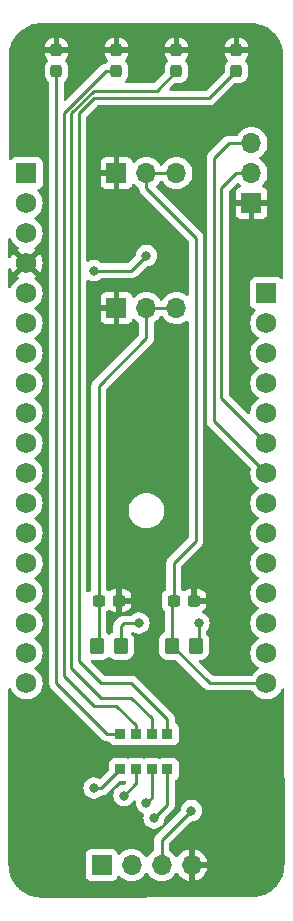
<source format=gbr>
%TF.GenerationSoftware,KiCad,Pcbnew,7.0.5-0*%
%TF.CreationDate,2023-11-18T10:12:58+00:00*%
%TF.ProjectId,Meadow Feather OLED,4d656164-6f77-4204-9665-617468657220,rev?*%
%TF.SameCoordinates,Original*%
%TF.FileFunction,Copper,L1,Top*%
%TF.FilePolarity,Positive*%
%FSLAX46Y46*%
G04 Gerber Fmt 4.6, Leading zero omitted, Abs format (unit mm)*
G04 Created by KiCad (PCBNEW 7.0.5-0) date 2023-11-18 10:12:58*
%MOMM*%
%LPD*%
G01*
G04 APERTURE LIST*
G04 Aperture macros list*
%AMRoundRect*
0 Rectangle with rounded corners*
0 $1 Rounding radius*
0 $2 $3 $4 $5 $6 $7 $8 $9 X,Y pos of 4 corners*
0 Add a 4 corners polygon primitive as box body*
4,1,4,$2,$3,$4,$5,$6,$7,$8,$9,$2,$3,0*
0 Add four circle primitives for the rounded corners*
1,1,$1+$1,$2,$3*
1,1,$1+$1,$4,$5*
1,1,$1+$1,$6,$7*
1,1,$1+$1,$8,$9*
0 Add four rect primitives between the rounded corners*
20,1,$1+$1,$2,$3,$4,$5,0*
20,1,$1+$1,$4,$5,$6,$7,0*
20,1,$1+$1,$6,$7,$8,$9,0*
20,1,$1+$1,$8,$9,$2,$3,0*%
G04 Aperture macros list end*
%TA.AperFunction,SMDPad,CuDef*%
%ADD10RoundRect,0.250000X0.350000X0.450000X-0.350000X0.450000X-0.350000X-0.450000X0.350000X-0.450000X0*%
%TD*%
%TA.AperFunction,ComponentPad*%
%ADD11R,1.700000X1.700000*%
%TD*%
%TA.AperFunction,ComponentPad*%
%ADD12O,1.700000X1.700000*%
%TD*%
%TA.AperFunction,SMDPad,CuDef*%
%ADD13RoundRect,0.237500X-0.237500X0.287500X-0.237500X-0.287500X0.237500X-0.287500X0.237500X0.287500X0*%
%TD*%
%TA.AperFunction,ComponentPad*%
%ADD14R,1.727200X1.727200*%
%TD*%
%TA.AperFunction,ComponentPad*%
%ADD15C,1.727200*%
%TD*%
%TA.AperFunction,SMDPad,CuDef*%
%ADD16R,0.900000X0.900000*%
%TD*%
%TA.AperFunction,SMDPad,CuDef*%
%ADD17RoundRect,0.237500X-0.300000X-0.237500X0.300000X-0.237500X0.300000X0.237500X-0.300000X0.237500X0*%
%TD*%
%TA.AperFunction,ViaPad*%
%ADD18C,0.800000*%
%TD*%
%TA.AperFunction,Conductor*%
%ADD19C,0.250000*%
%TD*%
G04 APERTURE END LIST*
D10*
%TO.P,R6,1*%
%TO.N,/+3V3*%
X82915000Y-98425000D03*
%TO.P,R6,2*%
%TO.N,/D05*%
X80915000Y-98425000D03*
%TD*%
D11*
%TO.P,ResetSwitch1,1,1*%
%TO.N,GND*%
X76200000Y-69850000D03*
D12*
%TO.P,ResetSwitch1,2,2*%
%TO.N,/~Reset*%
X78740000Y-69850000D03*
%TO.P,ResetSwitch1,3*%
X81280000Y-69850000D03*
%TD*%
D13*
%TO.P,D1,1,K*%
%TO.N,GND*%
X71120000Y-48020000D03*
%TO.P,D1,2,A*%
%TO.N,Net-(D1-A)*%
X71120000Y-49770000D03*
%TD*%
D14*
%TO.P,J1,1,RESET_L*%
%TO.N,/~Reset*%
X68580000Y-58420000D03*
D15*
%TO.P,J1,2,+3V3*%
%TO.N,/+3V3*%
X68580000Y-60960000D03*
%TO.P,J1,3,AREF*%
%TO.N,unconnected-(J1-AREF-Pad3)*%
X68580000Y-63500000D03*
%TO.P,J1,4,GND*%
%TO.N,GND*%
X68580000Y-66040000D03*
%TO.P,J1,5,A0*%
%TO.N,unconnected-(J1-A0-Pad5)*%
X68580000Y-68580000D03*
%TO.P,J1,6,A1*%
%TO.N,unconnected-(J1-A1-Pad6)*%
X68580000Y-71120000D03*
%TO.P,J1,7,A2*%
%TO.N,unconnected-(J1-A2-Pad7)*%
X68580000Y-73660000D03*
%TO.P,J1,8,A3*%
%TO.N,unconnected-(J1-A3-Pad8)*%
X68580000Y-76200000D03*
%TO.P,J1,9,A4*%
%TO.N,unconnected-(J1-A4-Pad9)*%
X68580000Y-78740000D03*
%TO.P,J1,10,A5*%
%TO.N,unconnected-(J1-A5-Pad10)*%
X68580000Y-81280000D03*
%TO.P,J1,11,SCK*%
%TO.N,unconnected-(J1-SCK-Pad11)*%
X68580000Y-83820000D03*
%TO.P,J1,12,MOSI*%
%TO.N,unconnected-(J1-MOSI-Pad12)*%
X68580000Y-86360000D03*
%TO.P,J1,13,MISO*%
%TO.N,unconnected-(J1-MISO-Pad13)*%
X68580000Y-88900000D03*
%TO.P,J1,14,D00/COM4_RX*%
%TO.N,unconnected-(J1-D00{slash}COM4_RX-Pad14)*%
X68580000Y-91440000D03*
%TO.P,J1,15,D01/COM4_TX*%
%TO.N,/D01*%
X68580000Y-93980000D03*
%TO.P,J1,16,D02*%
%TO.N,/D02*%
X68580000Y-96520000D03*
%TO.P,J1,17,D03/CAN_RX*%
%TO.N,/D03*%
X68580000Y-99060000D03*
%TO.P,J1,18,D04/CAN_TX*%
%TO.N,/D04*%
X68580000Y-101600000D03*
%TO.P,J1,19,D05*%
%TO.N,/D05*%
X88900000Y-101600000D03*
%TO.P,J1,20,D06*%
%TO.N,/D06*%
X88900000Y-99060000D03*
%TO.P,J1,21,D07/I2C_SDA*%
%TO.N,/I2C_SDA*%
X88900000Y-96520000D03*
%TO.P,J1,22,D08/I2C_SCK*%
%TO.N,/I2C_SCK*%
X88900000Y-93980000D03*
%TO.P,J1,23,D09*%
%TO.N,/D09*%
X88900000Y-91440000D03*
%TO.P,J1,24,D10*%
%TO.N,/D10*%
X88900000Y-88900000D03*
%TO.P,J1,25,D11*%
%TO.N,unconnected-(J1-D11-Pad25)*%
X88900000Y-86360000D03*
%TO.P,J1,26,D12/COM_TX*%
%TO.N,/Tx*%
X88900000Y-83820000D03*
%TO.P,J1,27,D13/COM1_RX*%
%TO.N,/Rx*%
X88900000Y-81280000D03*
%TO.P,J1,28,D14*%
%TO.N,unconnected-(J1-D14-Pad28)*%
X88900000Y-78740000D03*
%TO.P,J1,29,D15*%
%TO.N,unconnected-(J1-D15-Pad29)*%
X88900000Y-76200000D03*
%TO.P,J1,30,+5V*%
%TO.N,unconnected-(J1-+5V-Pad30)*%
X88900000Y-73660000D03*
%TO.P,J1,31,EN_+3V3*%
%TO.N,/+3V3*%
X88900000Y-71120000D03*
D14*
%TO.P,J1,32,+VBAT*%
%TO.N,unconnected-(J1-+VBAT-Pad32)*%
X88900000Y-68580000D03*
%TD*%
D16*
%TO.P,RN1,1,R1.1*%
%TO.N,/D01*%
X76510000Y-108910000D03*
%TO.P,RN1,2,R2.1*%
%TO.N,/D02*%
X77850000Y-108910000D03*
%TO.P,RN1,3,R3.1*%
%TO.N,/D03*%
X79170000Y-108910000D03*
%TO.P,RN1,4,R4.1*%
%TO.N,/D04*%
X80510000Y-108910000D03*
%TO.P,RN1,5,R4.2*%
%TO.N,Net-(D4-A)*%
X80510000Y-105910000D03*
%TO.P,RN1,6,R3.2*%
%TO.N,Net-(D3-A)*%
X79170000Y-105910000D03*
%TO.P,RN1,7,R2.2*%
%TO.N,Net-(D2-A)*%
X77850000Y-105910000D03*
%TO.P,RN1,8,R1.2*%
%TO.N,Net-(D1-A)*%
X76510000Y-105910000D03*
%TD*%
D11*
%TO.P,J2,1,Pin_1*%
%TO.N,/I2C_SDA*%
X74940000Y-117000000D03*
D12*
%TO.P,J2,2,Pin_2*%
%TO.N,/I2C_SCK*%
X77480000Y-117000000D03*
%TO.P,J2,3,Pin_3*%
%TO.N,/+3V3*%
X80020000Y-117000000D03*
%TO.P,J2,4,Pin_4*%
%TO.N,GND*%
X82560000Y-117000000D03*
%TD*%
D17*
%TO.P,C1,1*%
%TO.N,/D05*%
X81052500Y-94615000D03*
%TO.P,C1,2*%
%TO.N,GND*%
X82777500Y-94615000D03*
%TD*%
D13*
%TO.P,D4,1,K*%
%TO.N,GND*%
X86360000Y-48020000D03*
%TO.P,D4,2,A*%
%TO.N,Net-(D4-A)*%
X86360000Y-49770000D03*
%TD*%
D17*
%TO.P,C5,1*%
%TO.N,/~Reset*%
X74702500Y-94615000D03*
%TO.P,C5,2*%
%TO.N,GND*%
X76427500Y-94615000D03*
%TD*%
D13*
%TO.P,D3,1,K*%
%TO.N,GND*%
X81280000Y-48020000D03*
%TO.P,D3,2,A*%
%TO.N,Net-(D3-A)*%
X81280000Y-49770000D03*
%TD*%
D10*
%TO.P,R9,1*%
%TO.N,/+3V3*%
X76565000Y-98425000D03*
%TO.P,R9,2*%
%TO.N,/~Reset*%
X74565000Y-98425000D03*
%TD*%
D11*
%TO.P,COM1,1,Pin_1*%
%TO.N,GND*%
X87630000Y-60960000D03*
D12*
%TO.P,COM1,2,Pin_2*%
%TO.N,/Rx*%
X87630000Y-58420000D03*
%TO.P,COM1,3,Pin_3*%
%TO.N,/Tx*%
X87630000Y-55880000D03*
%TD*%
D13*
%TO.P,D2,1,K*%
%TO.N,GND*%
X76200000Y-48020000D03*
%TO.P,D2,2,A*%
%TO.N,Net-(D2-A)*%
X76200000Y-49770000D03*
%TD*%
D11*
%TO.P,D5,1,1*%
%TO.N,GND*%
X76200000Y-58420000D03*
D12*
%TO.P,D5,2,2*%
%TO.N,/D05*%
X78740000Y-58420000D03*
%TO.P,D5,3*%
X81280000Y-58420000D03*
%TD*%
D18*
%TO.N,/+3V3*%
X83185000Y-96520000D03*
X74295000Y-66675000D03*
X82550000Y-112395000D03*
X78740000Y-65405000D03*
X78105000Y-96520000D03*
%TO.N,/D01*%
X74295000Y-110490000D03*
%TO.N,/D02*%
X76835000Y-111125000D03*
%TO.N,/D03*%
X78740000Y-111760000D03*
%TO.N,/D04*%
X79375000Y-113030000D03*
%TD*%
D19*
%TO.N,/D05*%
X80915000Y-94752500D02*
X81052500Y-94615000D01*
X78740000Y-58420000D02*
X78740000Y-59690000D01*
X84090000Y-101600000D02*
X80915000Y-98425000D01*
X78740000Y-58420000D02*
X81280000Y-58420000D01*
X81052500Y-91413500D02*
X81052500Y-94615000D01*
X88900000Y-101600000D02*
X84090000Y-101600000D01*
X80915000Y-98425000D02*
X80915000Y-94752500D01*
X82931000Y-63881000D02*
X82931000Y-89535000D01*
X78740000Y-59690000D02*
X82931000Y-63881000D01*
X82931000Y-89535000D02*
X81052500Y-91413500D01*
%TO.N,/~Reset*%
X81280000Y-69850000D02*
X78740000Y-69850000D01*
X74565000Y-98425000D02*
X74702500Y-98287500D01*
X78740000Y-72390000D02*
X78740000Y-69850000D01*
X74702500Y-76427500D02*
X78740000Y-72390000D01*
X74702500Y-94615000D02*
X74702500Y-76427500D01*
X74702500Y-98287500D02*
X74702500Y-94615000D01*
%TO.N,Net-(D1-A)*%
X71120000Y-101600000D02*
X71120000Y-49770000D01*
X76510000Y-105910000D02*
X75430000Y-105910000D01*
X75430000Y-105910000D02*
X71120000Y-101600000D01*
%TO.N,Net-(D2-A)*%
X71755000Y-100965000D02*
X74295000Y-103505000D01*
X76200000Y-103505000D02*
X77850000Y-105155000D01*
X71755000Y-53340000D02*
X71755000Y-100965000D01*
X76200000Y-49770000D02*
X75325000Y-49770000D01*
X74295000Y-103505000D02*
X76200000Y-103505000D01*
X77850000Y-105155000D02*
X77850000Y-105910000D01*
X75325000Y-49770000D02*
X71755000Y-53340000D01*
%TO.N,Net-(D3-A)*%
X77470000Y-102870000D02*
X79170000Y-104570000D01*
X79170000Y-104570000D02*
X79170000Y-105910000D01*
X74930000Y-102870000D02*
X77470000Y-102870000D01*
X81280000Y-49770000D02*
X79614302Y-51435698D01*
X72390000Y-100330000D02*
X74930000Y-102870000D01*
X79614302Y-51435698D02*
X74295698Y-51435698D01*
X74295698Y-51435698D02*
X72390000Y-53341396D01*
X72390000Y-53341396D02*
X72390000Y-100330000D01*
%TO.N,Net-(D4-A)*%
X73025000Y-99695000D02*
X74930000Y-101600000D01*
X86360000Y-49770000D02*
X84058604Y-52071396D01*
X80510000Y-104640000D02*
X80510000Y-105910000D01*
X74296396Y-52071396D02*
X73025000Y-53342792D01*
X73025000Y-53342792D02*
X73025000Y-99695000D01*
X84058604Y-52071396D02*
X74296396Y-52071396D01*
X74930000Y-101600000D02*
X77470000Y-101600000D01*
X77470000Y-101600000D02*
X80510000Y-104640000D01*
%TO.N,/+3V3*%
X77470000Y-66675000D02*
X78740000Y-65405000D01*
X76835000Y-96520000D02*
X76565000Y-96790000D01*
X74295000Y-66675000D02*
X77470000Y-66675000D01*
X78105000Y-96520000D02*
X76835000Y-96520000D01*
X83185000Y-96520000D02*
X83185000Y-98155000D01*
X76565000Y-96790000D02*
X76565000Y-98425000D01*
X80020000Y-117000000D02*
X80020000Y-114925000D01*
X80020000Y-114925000D02*
X82550000Y-112395000D01*
X83185000Y-98155000D02*
X82915000Y-98425000D01*
%TO.N,/Rx*%
X85090000Y-59690000D02*
X86360000Y-58420000D01*
X88900000Y-81280000D02*
X85090000Y-77470000D01*
X86360000Y-58420000D02*
X87630000Y-58420000D01*
X85090000Y-77470000D02*
X85090000Y-59690000D01*
%TO.N,/Tx*%
X88900000Y-83820000D02*
X84455000Y-79375000D01*
X85725000Y-55880000D02*
X87630000Y-55880000D01*
X84455000Y-79375000D02*
X84455000Y-57150000D01*
X84455000Y-57150000D02*
X85725000Y-55880000D01*
%TO.N,/D01*%
X74295000Y-110490000D02*
X74930000Y-110490000D01*
X74930000Y-110490000D02*
X76510000Y-108910000D01*
%TO.N,/D02*%
X77850000Y-110110000D02*
X77787500Y-110172500D01*
X77787500Y-110172500D02*
X76835000Y-111125000D01*
X77850000Y-108910000D02*
X77850000Y-110110000D01*
%TO.N,/D03*%
X79170000Y-108910000D02*
X79170000Y-111330000D01*
X79170000Y-111330000D02*
X78740000Y-111760000D01*
%TO.N,/D04*%
X80510000Y-108910000D02*
X80510000Y-111895000D01*
X80510000Y-111895000D02*
X79375000Y-113030000D01*
%TD*%
%TA.AperFunction,Conductor*%
%TO.N,GND*%
G36*
X87578187Y-45733568D02*
G01*
X87578307Y-45733604D01*
X87628260Y-45733604D01*
X87631736Y-45733702D01*
X87659440Y-45735257D01*
X87745642Y-45740098D01*
X87933060Y-45751435D01*
X87939660Y-45752193D01*
X88080752Y-45776166D01*
X88239748Y-45805303D01*
X88245697Y-45806701D01*
X88387880Y-45847663D01*
X88388961Y-45847988D01*
X88538092Y-45894458D01*
X88543319Y-45896352D01*
X88681866Y-45953739D01*
X88683494Y-45954443D01*
X88731796Y-45976182D01*
X88823970Y-46017666D01*
X88828509Y-46019936D01*
X88960625Y-46092953D01*
X88962695Y-46094150D01*
X89093613Y-46173291D01*
X89097407Y-46175780D01*
X89221004Y-46263476D01*
X89223289Y-46265181D01*
X89295859Y-46322035D01*
X89343339Y-46359233D01*
X89346410Y-46361803D01*
X89369868Y-46382766D01*
X89459535Y-46462896D01*
X89462062Y-46465285D01*
X89485473Y-46488695D01*
X89569776Y-46572995D01*
X89572156Y-46575513D01*
X89673261Y-46688647D01*
X89675837Y-46691725D01*
X89769874Y-46811751D01*
X89771634Y-46814110D01*
X89859292Y-46937650D01*
X89861779Y-46941442D01*
X89890023Y-46988162D01*
X89940910Y-47072337D01*
X89942116Y-47074422D01*
X90015141Y-47206546D01*
X90017416Y-47211093D01*
X90080621Y-47351526D01*
X90081364Y-47353246D01*
X90138721Y-47491712D01*
X90140634Y-47496995D01*
X90187082Y-47646043D01*
X90187466Y-47647325D01*
X90228378Y-47789327D01*
X90229787Y-47795318D01*
X90258928Y-47954321D01*
X90282895Y-48095364D01*
X90283659Y-48102011D01*
X90295012Y-48289648D01*
X90301398Y-48403315D01*
X90301496Y-48406794D01*
X90301496Y-48455901D01*
X90301591Y-48456777D01*
X90336327Y-67274444D01*
X90316766Y-67341520D01*
X90264047Y-67387372D01*
X90194907Y-67397443D01*
X90131297Y-67368536D01*
X90124646Y-67362354D01*
X90121144Y-67358852D01*
X90005935Y-67272606D01*
X90005928Y-67272602D01*
X89871082Y-67222308D01*
X89871083Y-67222308D01*
X89811483Y-67215901D01*
X89811481Y-67215900D01*
X89811473Y-67215900D01*
X89811464Y-67215900D01*
X87988529Y-67215900D01*
X87988523Y-67215901D01*
X87928916Y-67222308D01*
X87794071Y-67272602D01*
X87794064Y-67272606D01*
X87678855Y-67358852D01*
X87678852Y-67358855D01*
X87592606Y-67474064D01*
X87592602Y-67474071D01*
X87542308Y-67608917D01*
X87535901Y-67668516D01*
X87535900Y-67668535D01*
X87535900Y-69491470D01*
X87535901Y-69491476D01*
X87542308Y-69551083D01*
X87592602Y-69685928D01*
X87592606Y-69685935D01*
X87678852Y-69801144D01*
X87678855Y-69801147D01*
X87794064Y-69887393D01*
X87794071Y-69887397D01*
X87908983Y-69930256D01*
X87964916Y-69972127D01*
X87989334Y-70037591D01*
X87974483Y-70105864D01*
X87956880Y-70130421D01*
X87819845Y-70279279D01*
X87819842Y-70279283D01*
X87696198Y-70468533D01*
X87605388Y-70675560D01*
X87549892Y-70894710D01*
X87531225Y-71119993D01*
X87531225Y-71120006D01*
X87549892Y-71345289D01*
X87605388Y-71564439D01*
X87696198Y-71771466D01*
X87819842Y-71960716D01*
X87819850Y-71960727D01*
X87929232Y-72079546D01*
X87972954Y-72127040D01*
X88151351Y-72265893D01*
X88179165Y-72280945D01*
X88228755Y-72330165D01*
X88243863Y-72398382D01*
X88219692Y-72463937D01*
X88179165Y-72499055D01*
X88151352Y-72514106D01*
X87972955Y-72652959D01*
X87972950Y-72652963D01*
X87819850Y-72819272D01*
X87819842Y-72819283D01*
X87696198Y-73008533D01*
X87605388Y-73215560D01*
X87549892Y-73434710D01*
X87531225Y-73659993D01*
X87531225Y-73660006D01*
X87549892Y-73885289D01*
X87605388Y-74104439D01*
X87696198Y-74311466D01*
X87819842Y-74500716D01*
X87819850Y-74500727D01*
X87972950Y-74667036D01*
X87972954Y-74667040D01*
X88151351Y-74805893D01*
X88179165Y-74820945D01*
X88228755Y-74870165D01*
X88243863Y-74938382D01*
X88219692Y-75003937D01*
X88179165Y-75039055D01*
X88151352Y-75054106D01*
X87972955Y-75192959D01*
X87972950Y-75192963D01*
X87819850Y-75359272D01*
X87819842Y-75359283D01*
X87696198Y-75548533D01*
X87605388Y-75755560D01*
X87549892Y-75974710D01*
X87531225Y-76199993D01*
X87531225Y-76200006D01*
X87549892Y-76425289D01*
X87605388Y-76644439D01*
X87696198Y-76851466D01*
X87819842Y-77040716D01*
X87819850Y-77040727D01*
X87972950Y-77207036D01*
X87972954Y-77207040D01*
X88151351Y-77345893D01*
X88179165Y-77360945D01*
X88228755Y-77410165D01*
X88243863Y-77478382D01*
X88219692Y-77543937D01*
X88179165Y-77579055D01*
X88151352Y-77594106D01*
X87972955Y-77732959D01*
X87972950Y-77732963D01*
X87819850Y-77899272D01*
X87819842Y-77899283D01*
X87696198Y-78088533D01*
X87605388Y-78295560D01*
X87549892Y-78514710D01*
X87531382Y-78738093D01*
X87506229Y-78803278D01*
X87449827Y-78844516D01*
X87380084Y-78848714D01*
X87320125Y-78815534D01*
X85751819Y-77247228D01*
X85718334Y-77185905D01*
X85715500Y-77159547D01*
X85715500Y-60000451D01*
X85735185Y-59933412D01*
X85751815Y-59912774D01*
X86397100Y-59267488D01*
X86458423Y-59234004D01*
X86528115Y-59238988D01*
X86584048Y-59280860D01*
X86586332Y-59284014D01*
X86591505Y-59291401D01*
X86591506Y-59291402D01*
X86591507Y-59291403D01*
X86713818Y-59413714D01*
X86747303Y-59475037D01*
X86742319Y-59544729D01*
X86700447Y-59600662D01*
X86669471Y-59617577D01*
X86537912Y-59666646D01*
X86537906Y-59666649D01*
X86422812Y-59752809D01*
X86422809Y-59752812D01*
X86336649Y-59867906D01*
X86336645Y-59867913D01*
X86286403Y-60002620D01*
X86286401Y-60002627D01*
X86280000Y-60062155D01*
X86280000Y-60710000D01*
X87196314Y-60710000D01*
X87170507Y-60750156D01*
X87130000Y-60888111D01*
X87130000Y-61031889D01*
X87170507Y-61169844D01*
X87196314Y-61210000D01*
X86280000Y-61210000D01*
X86280000Y-61857844D01*
X86286401Y-61917372D01*
X86286403Y-61917379D01*
X86336645Y-62052086D01*
X86336649Y-62052093D01*
X86422809Y-62167187D01*
X86422812Y-62167190D01*
X86537906Y-62253350D01*
X86537913Y-62253354D01*
X86672620Y-62303596D01*
X86672627Y-62303598D01*
X86732155Y-62309999D01*
X86732172Y-62310000D01*
X87380000Y-62310000D01*
X87380000Y-61395501D01*
X87487685Y-61444680D01*
X87594237Y-61460000D01*
X87665763Y-61460000D01*
X87772315Y-61444680D01*
X87880000Y-61395501D01*
X87880000Y-62310000D01*
X88527828Y-62310000D01*
X88527844Y-62309999D01*
X88587372Y-62303598D01*
X88587379Y-62303596D01*
X88722086Y-62253354D01*
X88722093Y-62253350D01*
X88837187Y-62167190D01*
X88837190Y-62167187D01*
X88923350Y-62052093D01*
X88923354Y-62052086D01*
X88973596Y-61917379D01*
X88973598Y-61917372D01*
X88979999Y-61857844D01*
X88980000Y-61857827D01*
X88980000Y-61210000D01*
X88063686Y-61210000D01*
X88089493Y-61169844D01*
X88130000Y-61031889D01*
X88130000Y-60888111D01*
X88089493Y-60750156D01*
X88063686Y-60710000D01*
X88980000Y-60710000D01*
X88980000Y-60062172D01*
X88979999Y-60062155D01*
X88973598Y-60002627D01*
X88973596Y-60002620D01*
X88923354Y-59867913D01*
X88923350Y-59867906D01*
X88837190Y-59752812D01*
X88837187Y-59752809D01*
X88722093Y-59666649D01*
X88722088Y-59666646D01*
X88590528Y-59617577D01*
X88534595Y-59575705D01*
X88510178Y-59510241D01*
X88525030Y-59441968D01*
X88546175Y-59413720D01*
X88668495Y-59291401D01*
X88804035Y-59097830D01*
X88903903Y-58883663D01*
X88965063Y-58655408D01*
X88985659Y-58420000D01*
X88965063Y-58184592D01*
X88903903Y-57956337D01*
X88804035Y-57742171D01*
X88803505Y-57741413D01*
X88668494Y-57548597D01*
X88501402Y-57381506D01*
X88501396Y-57381501D01*
X88315842Y-57251575D01*
X88272217Y-57196998D01*
X88265023Y-57127500D01*
X88296546Y-57065145D01*
X88315842Y-57048425D01*
X88356256Y-57020127D01*
X88501401Y-56918495D01*
X88668495Y-56751401D01*
X88804035Y-56557830D01*
X88903903Y-56343663D01*
X88965063Y-56115408D01*
X88985659Y-55880000D01*
X88965063Y-55644592D01*
X88903903Y-55416337D01*
X88804035Y-55202171D01*
X88803652Y-55201623D01*
X88668494Y-55008597D01*
X88501402Y-54841506D01*
X88501395Y-54841501D01*
X88307834Y-54705967D01*
X88307830Y-54705965D01*
X88307829Y-54705964D01*
X88093663Y-54606097D01*
X88093659Y-54606096D01*
X88093655Y-54606094D01*
X87865413Y-54544938D01*
X87865403Y-54544936D01*
X87630001Y-54524341D01*
X87629999Y-54524341D01*
X87394596Y-54544936D01*
X87394586Y-54544938D01*
X87166344Y-54606094D01*
X87166335Y-54606098D01*
X86952171Y-54705964D01*
X86952169Y-54705965D01*
X86758597Y-54841505D01*
X86591505Y-55008597D01*
X86456348Y-55201623D01*
X86401771Y-55245248D01*
X86354773Y-55254500D01*
X85807737Y-55254500D01*
X85792120Y-55252776D01*
X85792093Y-55253062D01*
X85784331Y-55252327D01*
X85716171Y-55254469D01*
X85714224Y-55254500D01*
X85685650Y-55254500D01*
X85684929Y-55254590D01*
X85678757Y-55255369D01*
X85672945Y-55255826D01*
X85626373Y-55257290D01*
X85626372Y-55257290D01*
X85607129Y-55262881D01*
X85588079Y-55266825D01*
X85568211Y-55269334D01*
X85568209Y-55269335D01*
X85524884Y-55286488D01*
X85519357Y-55288380D01*
X85474610Y-55301381D01*
X85474609Y-55301382D01*
X85457367Y-55311579D01*
X85439899Y-55320137D01*
X85421269Y-55327513D01*
X85421267Y-55327514D01*
X85383576Y-55354898D01*
X85378694Y-55358105D01*
X85338579Y-55381830D01*
X85324408Y-55396000D01*
X85309623Y-55408628D01*
X85293412Y-55420407D01*
X85263709Y-55456310D01*
X85259777Y-55460631D01*
X84071208Y-56649199D01*
X84058951Y-56659020D01*
X84059134Y-56659241D01*
X84053122Y-56664214D01*
X84006432Y-56713932D01*
X84005079Y-56715329D01*
X83984889Y-56735519D01*
X83984877Y-56735532D01*
X83980621Y-56741017D01*
X83976837Y-56745447D01*
X83944937Y-56779418D01*
X83944936Y-56779420D01*
X83935284Y-56796976D01*
X83924610Y-56813226D01*
X83912329Y-56829061D01*
X83912324Y-56829068D01*
X83893815Y-56871838D01*
X83891245Y-56877084D01*
X83868803Y-56917906D01*
X83863822Y-56937307D01*
X83857521Y-56955710D01*
X83849562Y-56974102D01*
X83849561Y-56974105D01*
X83842271Y-57020127D01*
X83841087Y-57025846D01*
X83829501Y-57070972D01*
X83829500Y-57070982D01*
X83829500Y-57091016D01*
X83827973Y-57110415D01*
X83824840Y-57130194D01*
X83824840Y-57130195D01*
X83829225Y-57176583D01*
X83829500Y-57182421D01*
X83829500Y-79292255D01*
X83827775Y-79307872D01*
X83828061Y-79307899D01*
X83827326Y-79315666D01*
X83829469Y-79383846D01*
X83829500Y-79385793D01*
X83829500Y-79414343D01*
X83829501Y-79414360D01*
X83830368Y-79421231D01*
X83830826Y-79427050D01*
X83832290Y-79473624D01*
X83832291Y-79473627D01*
X83837880Y-79492867D01*
X83841824Y-79511911D01*
X83844336Y-79531791D01*
X83861490Y-79575119D01*
X83863382Y-79580647D01*
X83876381Y-79625388D01*
X83886580Y-79642634D01*
X83895138Y-79660103D01*
X83902514Y-79678732D01*
X83929898Y-79716423D01*
X83933106Y-79721307D01*
X83956827Y-79761416D01*
X83956833Y-79761424D01*
X83970990Y-79775580D01*
X83983628Y-79790376D01*
X83995405Y-79806586D01*
X83995406Y-79806587D01*
X84031309Y-79836288D01*
X84035620Y-79840210D01*
X86671473Y-82476064D01*
X87548612Y-83353203D01*
X87582097Y-83414526D01*
X87581137Y-83471323D01*
X87549892Y-83594708D01*
X87531225Y-83819993D01*
X87531225Y-83820006D01*
X87549892Y-84045289D01*
X87605388Y-84264439D01*
X87696198Y-84471466D01*
X87819842Y-84660716D01*
X87819850Y-84660727D01*
X87972950Y-84827036D01*
X87972954Y-84827040D01*
X88151351Y-84965893D01*
X88179165Y-84980945D01*
X88228755Y-85030165D01*
X88243863Y-85098382D01*
X88219692Y-85163937D01*
X88179165Y-85199055D01*
X88151352Y-85214106D01*
X87972955Y-85352959D01*
X87972950Y-85352963D01*
X87819850Y-85519272D01*
X87819842Y-85519283D01*
X87696198Y-85708533D01*
X87605388Y-85915560D01*
X87549892Y-86134710D01*
X87531225Y-86359993D01*
X87531225Y-86360006D01*
X87549892Y-86585289D01*
X87605388Y-86804439D01*
X87696198Y-87011466D01*
X87819842Y-87200716D01*
X87819850Y-87200727D01*
X87972950Y-87367036D01*
X87972954Y-87367040D01*
X88151351Y-87505893D01*
X88179165Y-87520945D01*
X88228755Y-87570165D01*
X88243863Y-87638382D01*
X88219692Y-87703937D01*
X88179165Y-87739055D01*
X88151352Y-87754106D01*
X87972955Y-87892959D01*
X87972950Y-87892963D01*
X87819850Y-88059272D01*
X87819842Y-88059283D01*
X87696198Y-88248533D01*
X87605388Y-88455560D01*
X87549892Y-88674710D01*
X87531225Y-88899993D01*
X87531225Y-88900006D01*
X87549892Y-89125289D01*
X87605388Y-89344439D01*
X87696198Y-89551466D01*
X87819842Y-89740716D01*
X87819850Y-89740727D01*
X87972950Y-89907036D01*
X87972954Y-89907040D01*
X88151351Y-90045893D01*
X88179165Y-90060945D01*
X88228755Y-90110165D01*
X88243863Y-90178382D01*
X88219692Y-90243937D01*
X88179165Y-90279055D01*
X88151352Y-90294106D01*
X87972955Y-90432959D01*
X87972950Y-90432963D01*
X87819850Y-90599272D01*
X87819842Y-90599283D01*
X87696198Y-90788533D01*
X87605388Y-90995560D01*
X87549892Y-91214710D01*
X87531225Y-91439993D01*
X87531225Y-91440006D01*
X87549892Y-91665289D01*
X87605388Y-91884439D01*
X87696198Y-92091466D01*
X87819842Y-92280716D01*
X87819850Y-92280727D01*
X87972950Y-92447036D01*
X87972954Y-92447040D01*
X88151351Y-92585893D01*
X88179165Y-92600945D01*
X88228755Y-92650165D01*
X88243863Y-92718382D01*
X88219692Y-92783937D01*
X88179165Y-92819055D01*
X88151352Y-92834106D01*
X87972955Y-92972959D01*
X87972950Y-92972963D01*
X87819850Y-93139272D01*
X87819842Y-93139283D01*
X87696198Y-93328533D01*
X87605388Y-93535560D01*
X87549892Y-93754710D01*
X87531225Y-93979993D01*
X87531225Y-93980006D01*
X87549892Y-94205289D01*
X87605388Y-94424439D01*
X87696198Y-94631466D01*
X87819842Y-94820716D01*
X87819850Y-94820727D01*
X87972950Y-94987036D01*
X87972954Y-94987040D01*
X88151351Y-95125893D01*
X88151353Y-95125894D01*
X88151356Y-95125896D01*
X88151362Y-95125899D01*
X88179163Y-95140944D01*
X88228754Y-95190161D01*
X88243864Y-95258378D01*
X88219694Y-95323934D01*
X88179167Y-95359052D01*
X88151361Y-95374100D01*
X88151353Y-95374105D01*
X87972955Y-95512959D01*
X87972950Y-95512963D01*
X87819850Y-95679272D01*
X87819842Y-95679283D01*
X87696198Y-95868533D01*
X87605388Y-96075560D01*
X87549892Y-96294710D01*
X87531225Y-96519993D01*
X87531225Y-96520006D01*
X87549892Y-96745289D01*
X87605388Y-96964439D01*
X87696198Y-97171466D01*
X87819842Y-97360716D01*
X87819850Y-97360727D01*
X87956747Y-97509435D01*
X87972954Y-97527040D01*
X88151351Y-97665893D01*
X88179165Y-97680945D01*
X88228755Y-97730165D01*
X88243863Y-97798382D01*
X88219692Y-97863937D01*
X88179165Y-97899055D01*
X88151352Y-97914106D01*
X87972955Y-98052959D01*
X87972950Y-98052963D01*
X87819850Y-98219272D01*
X87819842Y-98219283D01*
X87696198Y-98408533D01*
X87605388Y-98615560D01*
X87549892Y-98834710D01*
X87531225Y-99059993D01*
X87531225Y-99060006D01*
X87549892Y-99285289D01*
X87605388Y-99504439D01*
X87696198Y-99711466D01*
X87819842Y-99900716D01*
X87819850Y-99900727D01*
X87972950Y-100067036D01*
X87972954Y-100067040D01*
X88151351Y-100205893D01*
X88179165Y-100220945D01*
X88228755Y-100270165D01*
X88243863Y-100338382D01*
X88219692Y-100403937D01*
X88179165Y-100439055D01*
X88151352Y-100454106D01*
X87972955Y-100592959D01*
X87972950Y-100592963D01*
X87819850Y-100759272D01*
X87819842Y-100759283D01*
X87715937Y-100918322D01*
X87662791Y-100963678D01*
X87612129Y-100974500D01*
X84400452Y-100974500D01*
X84333413Y-100954815D01*
X84312771Y-100938181D01*
X83211770Y-99837180D01*
X83178285Y-99775857D01*
X83183269Y-99706165D01*
X83225141Y-99650232D01*
X83290605Y-99625815D01*
X83299451Y-99625499D01*
X83315002Y-99625499D01*
X83315008Y-99625499D01*
X83417797Y-99614999D01*
X83584334Y-99559814D01*
X83733656Y-99467712D01*
X83857712Y-99343656D01*
X83949814Y-99194334D01*
X84004999Y-99027797D01*
X84015500Y-98925009D01*
X84015499Y-97924992D01*
X84014386Y-97914100D01*
X84004999Y-97822203D01*
X84004998Y-97822200D01*
X83949814Y-97655666D01*
X83857712Y-97506344D01*
X83846819Y-97495451D01*
X83813334Y-97434128D01*
X83810500Y-97407770D01*
X83810500Y-97218687D01*
X83830185Y-97151648D01*
X83842350Y-97135715D01*
X83868231Y-97106971D01*
X83917533Y-97052216D01*
X84012179Y-96888284D01*
X84070674Y-96708256D01*
X84090460Y-96520000D01*
X84070674Y-96331744D01*
X84012179Y-96151716D01*
X83917533Y-95987784D01*
X83790871Y-95847112D01*
X83790870Y-95847111D01*
X83637734Y-95735851D01*
X83637732Y-95735850D01*
X83511054Y-95679448D01*
X83457818Y-95634197D01*
X83437497Y-95567348D01*
X83456543Y-95500124D01*
X83496395Y-95460630D01*
X83538037Y-95434945D01*
X83659944Y-95313038D01*
X83659947Y-95313034D01*
X83750448Y-95166311D01*
X83750453Y-95166300D01*
X83804680Y-95002652D01*
X83814999Y-94901654D01*
X83815000Y-94901641D01*
X83815000Y-94865000D01*
X82651500Y-94865000D01*
X82584461Y-94845315D01*
X82538706Y-94792511D01*
X82527500Y-94741000D01*
X82527500Y-94365000D01*
X83027499Y-94365000D01*
X83814999Y-94365000D01*
X83814999Y-94328360D01*
X83814998Y-94328345D01*
X83804680Y-94227347D01*
X83750453Y-94063699D01*
X83750448Y-94063688D01*
X83659947Y-93916965D01*
X83659944Y-93916961D01*
X83538038Y-93795055D01*
X83538034Y-93795052D01*
X83391311Y-93704551D01*
X83391300Y-93704546D01*
X83227652Y-93650319D01*
X83126654Y-93640000D01*
X83027500Y-93640000D01*
X83027499Y-94365000D01*
X82527500Y-94365000D01*
X82527500Y-93639999D01*
X82428360Y-93640000D01*
X82428344Y-93640001D01*
X82327347Y-93650319D01*
X82163699Y-93704546D01*
X82163688Y-93704551D01*
X82016965Y-93795052D01*
X82003032Y-93808985D01*
X81941708Y-93842468D01*
X81872016Y-93837482D01*
X81827672Y-93808982D01*
X81813350Y-93794660D01*
X81813346Y-93794657D01*
X81736903Y-93747506D01*
X81690178Y-93695558D01*
X81678000Y-93641968D01*
X81678000Y-91723952D01*
X81697685Y-91656913D01*
X81714319Y-91636271D01*
X82474413Y-90876177D01*
X83314788Y-90035801D01*
X83327042Y-90025986D01*
X83326859Y-90025764D01*
X83332868Y-90020791D01*
X83332877Y-90020786D01*
X83379607Y-89971022D01*
X83380846Y-89969743D01*
X83401120Y-89949471D01*
X83405379Y-89943978D01*
X83409152Y-89939561D01*
X83441062Y-89905582D01*
X83450713Y-89888024D01*
X83461396Y-89871761D01*
X83473673Y-89855936D01*
X83492185Y-89813153D01*
X83494738Y-89807941D01*
X83517197Y-89767092D01*
X83522180Y-89747680D01*
X83528481Y-89729280D01*
X83536437Y-89710896D01*
X83543729Y-89664852D01*
X83544906Y-89659171D01*
X83556500Y-89614019D01*
X83556500Y-89593982D01*
X83558027Y-89574582D01*
X83561160Y-89554804D01*
X83556775Y-89508415D01*
X83556500Y-89502577D01*
X83556500Y-63963741D01*
X83558223Y-63948129D01*
X83557938Y-63948103D01*
X83558672Y-63940335D01*
X83556530Y-63872170D01*
X83556499Y-63870220D01*
X83556500Y-63841650D01*
X83555629Y-63834758D01*
X83555172Y-63828946D01*
X83553709Y-63782372D01*
X83548122Y-63763144D01*
X83544174Y-63744084D01*
X83541801Y-63725293D01*
X83541664Y-63724208D01*
X83541663Y-63724206D01*
X83541663Y-63724204D01*
X83524512Y-63680887D01*
X83522619Y-63675358D01*
X83509618Y-63630609D01*
X83509616Y-63630606D01*
X83499423Y-63613371D01*
X83490861Y-63595894D01*
X83483487Y-63577270D01*
X83483486Y-63577268D01*
X83456079Y-63539545D01*
X83452888Y-63534686D01*
X83429172Y-63494583D01*
X83429165Y-63494574D01*
X83415006Y-63480415D01*
X83402368Y-63465619D01*
X83390594Y-63449413D01*
X83354688Y-63419709D01*
X83350376Y-63415786D01*
X79587490Y-59652899D01*
X79554005Y-59591576D01*
X79558989Y-59521884D01*
X79600861Y-59465951D01*
X79604036Y-59463651D01*
X79611401Y-59458495D01*
X79778495Y-59291401D01*
X79908424Y-59105842D01*
X79963002Y-59062217D01*
X80032500Y-59055023D01*
X80094855Y-59086546D01*
X80111575Y-59105842D01*
X80241500Y-59291395D01*
X80241505Y-59291401D01*
X80408599Y-59458495D01*
X80504913Y-59525935D01*
X80602165Y-59594032D01*
X80602167Y-59594033D01*
X80602170Y-59594035D01*
X80816337Y-59693903D01*
X81044592Y-59755063D01*
X81215319Y-59770000D01*
X81279999Y-59775659D01*
X81280000Y-59775659D01*
X81280001Y-59775659D01*
X81344681Y-59770000D01*
X81515408Y-59755063D01*
X81743663Y-59693903D01*
X81957830Y-59594035D01*
X82151401Y-59458495D01*
X82318495Y-59291401D01*
X82454035Y-59097830D01*
X82553903Y-58883663D01*
X82615063Y-58655408D01*
X82635659Y-58420000D01*
X82615063Y-58184592D01*
X82553903Y-57956337D01*
X82454035Y-57742171D01*
X82453505Y-57741413D01*
X82318494Y-57548597D01*
X82151402Y-57381506D01*
X82151395Y-57381501D01*
X82138927Y-57372771D01*
X82112521Y-57354281D01*
X81957834Y-57245967D01*
X81957830Y-57245965D01*
X81957828Y-57245964D01*
X81743663Y-57146097D01*
X81743659Y-57146096D01*
X81743655Y-57146094D01*
X81515413Y-57084938D01*
X81515403Y-57084936D01*
X81280001Y-57064341D01*
X81279999Y-57064341D01*
X81044596Y-57084936D01*
X81044586Y-57084938D01*
X80816344Y-57146094D01*
X80816335Y-57146098D01*
X80602171Y-57245964D01*
X80602169Y-57245965D01*
X80408597Y-57381505D01*
X80241505Y-57548597D01*
X80111575Y-57734158D01*
X80056998Y-57777783D01*
X79987500Y-57784977D01*
X79925145Y-57753454D01*
X79908425Y-57734158D01*
X79778494Y-57548597D01*
X79611402Y-57381506D01*
X79611395Y-57381501D01*
X79598927Y-57372771D01*
X79572521Y-57354281D01*
X79417834Y-57245967D01*
X79417830Y-57245965D01*
X79417828Y-57245964D01*
X79203663Y-57146097D01*
X79203659Y-57146096D01*
X79203655Y-57146094D01*
X78975413Y-57084938D01*
X78975403Y-57084936D01*
X78740001Y-57064341D01*
X78739999Y-57064341D01*
X78504596Y-57084936D01*
X78504586Y-57084938D01*
X78276344Y-57146094D01*
X78276335Y-57146098D01*
X78062171Y-57245964D01*
X78062169Y-57245965D01*
X77868600Y-57381503D01*
X77746284Y-57503819D01*
X77684961Y-57537303D01*
X77615269Y-57532319D01*
X77559336Y-57490447D01*
X77542421Y-57459470D01*
X77493354Y-57327913D01*
X77493350Y-57327906D01*
X77407190Y-57212812D01*
X77407187Y-57212809D01*
X77292093Y-57126649D01*
X77292086Y-57126645D01*
X77157379Y-57076403D01*
X77157372Y-57076401D01*
X77097844Y-57070000D01*
X76450000Y-57070000D01*
X76450000Y-57984498D01*
X76342315Y-57935320D01*
X76235763Y-57920000D01*
X76164237Y-57920000D01*
X76057685Y-57935320D01*
X75950000Y-57984498D01*
X75950000Y-57070000D01*
X75302155Y-57070000D01*
X75242627Y-57076401D01*
X75242620Y-57076403D01*
X75107913Y-57126645D01*
X75107906Y-57126649D01*
X74992812Y-57212809D01*
X74992809Y-57212812D01*
X74906649Y-57327906D01*
X74906645Y-57327913D01*
X74856403Y-57462620D01*
X74856401Y-57462627D01*
X74850000Y-57522155D01*
X74850000Y-58170000D01*
X75766314Y-58170000D01*
X75740507Y-58210156D01*
X75700000Y-58348111D01*
X75700000Y-58491889D01*
X75740507Y-58629844D01*
X75766314Y-58670000D01*
X74850000Y-58670000D01*
X74850000Y-59317844D01*
X74856401Y-59377372D01*
X74856403Y-59377379D01*
X74906645Y-59512086D01*
X74906649Y-59512093D01*
X74992809Y-59627187D01*
X74992812Y-59627190D01*
X75107906Y-59713350D01*
X75107913Y-59713354D01*
X75242620Y-59763596D01*
X75242627Y-59763598D01*
X75302155Y-59769999D01*
X75302172Y-59770000D01*
X75950000Y-59770000D01*
X75950000Y-58855501D01*
X76057685Y-58904680D01*
X76164237Y-58920000D01*
X76235763Y-58920000D01*
X76342315Y-58904680D01*
X76450000Y-58855501D01*
X76450000Y-59770000D01*
X77097828Y-59770000D01*
X77097844Y-59769999D01*
X77157372Y-59763598D01*
X77157379Y-59763596D01*
X77292086Y-59713354D01*
X77292093Y-59713350D01*
X77407187Y-59627190D01*
X77407190Y-59627187D01*
X77493350Y-59512093D01*
X77493354Y-59512086D01*
X77542422Y-59380529D01*
X77584293Y-59324595D01*
X77649757Y-59300178D01*
X77718030Y-59315030D01*
X77746285Y-59336181D01*
X77868599Y-59458495D01*
X78058658Y-59591576D01*
X78061412Y-59593504D01*
X78105037Y-59648081D01*
X78114227Y-59691169D01*
X78114469Y-59698834D01*
X78114500Y-59700789D01*
X78114500Y-59729343D01*
X78114501Y-59729360D01*
X78115368Y-59736231D01*
X78115826Y-59742050D01*
X78117290Y-59788624D01*
X78117291Y-59788627D01*
X78122880Y-59807867D01*
X78126824Y-59826911D01*
X78129336Y-59846792D01*
X78137698Y-59867913D01*
X78146490Y-59890119D01*
X78148382Y-59895647D01*
X78161381Y-59940388D01*
X78171580Y-59957634D01*
X78180138Y-59975103D01*
X78187514Y-59993732D01*
X78214898Y-60031423D01*
X78218106Y-60036307D01*
X78241827Y-60076416D01*
X78241833Y-60076424D01*
X78255990Y-60090580D01*
X78268628Y-60105376D01*
X78280405Y-60121586D01*
X78280406Y-60121587D01*
X78316309Y-60151288D01*
X78320620Y-60155210D01*
X82269182Y-64103772D01*
X82302666Y-64165093D01*
X82305500Y-64191451D01*
X82305500Y-68681204D01*
X82285815Y-68748243D01*
X82233011Y-68793998D01*
X82163853Y-68803942D01*
X82110377Y-68782779D01*
X81957834Y-68675967D01*
X81957830Y-68675965D01*
X81886727Y-68642809D01*
X81743663Y-68576097D01*
X81743659Y-68576096D01*
X81743655Y-68576094D01*
X81515413Y-68514938D01*
X81515403Y-68514936D01*
X81280001Y-68494341D01*
X81279999Y-68494341D01*
X81044596Y-68514936D01*
X81044586Y-68514938D01*
X80816344Y-68576094D01*
X80816335Y-68576098D01*
X80602171Y-68675964D01*
X80602169Y-68675965D01*
X80408597Y-68811505D01*
X80241505Y-68978597D01*
X80111575Y-69164158D01*
X80056998Y-69207783D01*
X79987500Y-69214977D01*
X79925145Y-69183454D01*
X79908425Y-69164158D01*
X79778494Y-68978597D01*
X79611402Y-68811506D01*
X79611395Y-68811501D01*
X79602523Y-68805289D01*
X79521054Y-68748243D01*
X79417834Y-68675967D01*
X79417830Y-68675965D01*
X79346727Y-68642809D01*
X79203663Y-68576097D01*
X79203659Y-68576096D01*
X79203655Y-68576094D01*
X78975413Y-68514938D01*
X78975403Y-68514936D01*
X78740001Y-68494341D01*
X78739999Y-68494341D01*
X78504596Y-68514936D01*
X78504586Y-68514938D01*
X78276344Y-68576094D01*
X78276335Y-68576098D01*
X78062171Y-68675964D01*
X78062169Y-68675965D01*
X77868600Y-68811503D01*
X77746284Y-68933819D01*
X77684961Y-68967303D01*
X77615269Y-68962319D01*
X77559336Y-68920447D01*
X77542421Y-68889470D01*
X77493354Y-68757913D01*
X77493350Y-68757906D01*
X77407190Y-68642812D01*
X77407187Y-68642809D01*
X77292093Y-68556649D01*
X77292086Y-68556645D01*
X77157379Y-68506403D01*
X77157372Y-68506401D01*
X77097844Y-68500000D01*
X76450000Y-68500000D01*
X76450000Y-69414498D01*
X76342315Y-69365320D01*
X76235763Y-69350000D01*
X76164237Y-69350000D01*
X76057685Y-69365320D01*
X75950000Y-69414498D01*
X75950000Y-68500000D01*
X75302155Y-68500000D01*
X75242627Y-68506401D01*
X75242620Y-68506403D01*
X75107913Y-68556645D01*
X75107906Y-68556649D01*
X74992812Y-68642809D01*
X74992809Y-68642812D01*
X74906649Y-68757906D01*
X74906645Y-68757913D01*
X74856403Y-68892620D01*
X74856401Y-68892627D01*
X74850000Y-68952155D01*
X74850000Y-69600000D01*
X75766314Y-69600000D01*
X75740507Y-69640156D01*
X75700000Y-69778111D01*
X75700000Y-69921889D01*
X75740507Y-70059844D01*
X75766314Y-70100000D01*
X74850000Y-70100000D01*
X74850000Y-70747844D01*
X74856401Y-70807372D01*
X74856403Y-70807379D01*
X74906645Y-70942086D01*
X74906649Y-70942093D01*
X74992809Y-71057187D01*
X74992812Y-71057190D01*
X75107906Y-71143350D01*
X75107913Y-71143354D01*
X75242620Y-71193596D01*
X75242627Y-71193598D01*
X75302155Y-71199999D01*
X75302172Y-71200000D01*
X75950000Y-71200000D01*
X75950000Y-70285501D01*
X76057685Y-70334680D01*
X76164237Y-70350000D01*
X76235763Y-70350000D01*
X76342315Y-70334680D01*
X76450000Y-70285501D01*
X76450000Y-71200000D01*
X77097828Y-71200000D01*
X77097844Y-71199999D01*
X77157372Y-71193598D01*
X77157379Y-71193596D01*
X77292086Y-71143354D01*
X77292093Y-71143350D01*
X77407187Y-71057190D01*
X77407190Y-71057187D01*
X77493350Y-70942093D01*
X77493354Y-70942086D01*
X77542422Y-70810529D01*
X77584293Y-70754595D01*
X77649757Y-70730178D01*
X77718030Y-70745030D01*
X77746285Y-70766181D01*
X77868597Y-70888493D01*
X77868603Y-70888498D01*
X77877475Y-70894710D01*
X78061624Y-71023653D01*
X78105248Y-71078228D01*
X78114500Y-71125226D01*
X78114500Y-72079546D01*
X78094815Y-72146585D01*
X78078181Y-72167227D01*
X74318708Y-75926699D01*
X74306451Y-75936520D01*
X74306634Y-75936741D01*
X74300622Y-75941714D01*
X74253932Y-75991432D01*
X74252579Y-75992829D01*
X74232389Y-76013019D01*
X74232377Y-76013032D01*
X74228121Y-76018517D01*
X74224337Y-76022947D01*
X74192437Y-76056918D01*
X74192436Y-76056920D01*
X74182784Y-76074476D01*
X74172110Y-76090726D01*
X74159829Y-76106561D01*
X74159824Y-76106568D01*
X74141315Y-76149338D01*
X74138745Y-76154584D01*
X74116303Y-76195406D01*
X74111322Y-76214807D01*
X74105021Y-76233210D01*
X74097062Y-76251602D01*
X74097061Y-76251605D01*
X74089771Y-76297627D01*
X74088587Y-76303346D01*
X74077001Y-76348472D01*
X74077000Y-76348482D01*
X74077000Y-76368516D01*
X74075473Y-76387913D01*
X74072340Y-76407696D01*
X74076331Y-76449915D01*
X74076725Y-76454083D01*
X74077000Y-76459921D01*
X74077000Y-93641968D01*
X74057315Y-93709007D01*
X74018097Y-93747506D01*
X73941653Y-93794657D01*
X73941649Y-93794660D01*
X73862181Y-93874129D01*
X73800858Y-93907614D01*
X73731166Y-93902630D01*
X73675233Y-93860758D01*
X73650816Y-93795294D01*
X73650500Y-93786448D01*
X73650500Y-67563185D01*
X73670185Y-67496146D01*
X73722989Y-67450391D01*
X73792147Y-67440447D01*
X73835373Y-67458087D01*
X73836637Y-67455899D01*
X73842270Y-67459151D01*
X74015192Y-67536142D01*
X74015197Y-67536144D01*
X74200354Y-67575500D01*
X74200355Y-67575500D01*
X74389644Y-67575500D01*
X74389646Y-67575500D01*
X74574803Y-67536144D01*
X74747730Y-67459151D01*
X74900871Y-67347888D01*
X74903788Y-67344647D01*
X74906600Y-67341526D01*
X74966087Y-67304879D01*
X74998748Y-67300500D01*
X77387257Y-67300500D01*
X77402877Y-67302224D01*
X77402904Y-67301939D01*
X77410666Y-67302673D01*
X77410666Y-67302672D01*
X77410667Y-67302673D01*
X77413999Y-67302568D01*
X77478847Y-67300531D01*
X77480794Y-67300500D01*
X77509347Y-67300500D01*
X77509350Y-67300500D01*
X77516228Y-67299630D01*
X77522041Y-67299172D01*
X77568627Y-67297709D01*
X77587869Y-67292117D01*
X77606912Y-67288174D01*
X77626792Y-67285664D01*
X77670122Y-67268507D01*
X77675646Y-67266617D01*
X77679396Y-67265527D01*
X77720390Y-67253618D01*
X77737629Y-67243422D01*
X77755103Y-67234862D01*
X77773727Y-67227488D01*
X77773727Y-67227487D01*
X77773732Y-67227486D01*
X77811449Y-67200082D01*
X77816305Y-67196892D01*
X77856420Y-67173170D01*
X77870589Y-67158999D01*
X77885379Y-67146368D01*
X77901587Y-67134594D01*
X77931299Y-67098676D01*
X77935212Y-67094376D01*
X78687771Y-66341819D01*
X78749095Y-66308334D01*
X78775453Y-66305500D01*
X78834644Y-66305500D01*
X78834646Y-66305500D01*
X79019803Y-66266144D01*
X79192730Y-66189151D01*
X79345871Y-66077888D01*
X79472533Y-65937216D01*
X79567179Y-65773284D01*
X79625674Y-65593256D01*
X79645460Y-65405000D01*
X79625674Y-65216744D01*
X79567179Y-65036716D01*
X79472533Y-64872784D01*
X79345871Y-64732112D01*
X79316052Y-64710447D01*
X79192734Y-64620851D01*
X79192729Y-64620848D01*
X79019807Y-64543857D01*
X79019802Y-64543855D01*
X78874000Y-64512865D01*
X78834646Y-64504500D01*
X78645354Y-64504500D01*
X78612897Y-64511398D01*
X78460197Y-64543855D01*
X78460192Y-64543857D01*
X78287270Y-64620848D01*
X78287265Y-64620851D01*
X78134129Y-64732111D01*
X78007466Y-64872785D01*
X77912821Y-65036715D01*
X77912818Y-65036722D01*
X77854327Y-65216740D01*
X77854326Y-65216744D01*
X77836679Y-65384649D01*
X77810094Y-65449263D01*
X77801039Y-65459368D01*
X77247228Y-66013181D01*
X77185905Y-66046666D01*
X77159547Y-66049500D01*
X74998748Y-66049500D01*
X74931709Y-66029815D01*
X74906600Y-66008474D01*
X74900873Y-66002114D01*
X74900869Y-66002110D01*
X74747734Y-65890851D01*
X74747729Y-65890848D01*
X74574807Y-65813857D01*
X74574802Y-65813855D01*
X74429000Y-65782865D01*
X74389646Y-65774500D01*
X74200354Y-65774500D01*
X74167897Y-65781398D01*
X74015197Y-65813855D01*
X74015192Y-65813857D01*
X73842270Y-65890848D01*
X73836637Y-65894101D01*
X73835145Y-65891517D01*
X73781483Y-65910617D01*
X73713441Y-65894739D01*
X73664785Y-65844595D01*
X73650500Y-65786814D01*
X73650500Y-53653244D01*
X73670185Y-53586205D01*
X73686819Y-53565563D01*
X74519168Y-52733215D01*
X74580491Y-52699730D01*
X74606849Y-52696896D01*
X83975861Y-52696896D01*
X83991481Y-52698620D01*
X83991508Y-52698335D01*
X83999270Y-52699069D01*
X83999270Y-52699068D01*
X83999271Y-52699069D01*
X84002603Y-52698964D01*
X84067451Y-52696927D01*
X84069398Y-52696896D01*
X84097951Y-52696896D01*
X84097954Y-52696896D01*
X84104832Y-52696026D01*
X84110645Y-52695568D01*
X84157231Y-52694105D01*
X84176473Y-52688513D01*
X84195516Y-52684570D01*
X84215396Y-52682060D01*
X84258726Y-52664903D01*
X84264250Y-52663013D01*
X84268000Y-52661923D01*
X84308994Y-52650014D01*
X84326233Y-52639818D01*
X84343707Y-52631258D01*
X84362331Y-52623884D01*
X84362331Y-52623883D01*
X84362336Y-52623882D01*
X84400053Y-52596478D01*
X84404909Y-52593288D01*
X84445024Y-52569566D01*
X84459193Y-52555395D01*
X84473983Y-52542764D01*
X84490191Y-52530990D01*
X84519903Y-52495072D01*
X84523816Y-52490772D01*
X86182771Y-50831818D01*
X86244094Y-50798333D01*
X86270452Y-50795499D01*
X86646670Y-50795499D01*
X86646676Y-50795499D01*
X86747753Y-50785174D01*
X86911516Y-50730908D01*
X87058350Y-50640340D01*
X87180340Y-50518350D01*
X87270908Y-50371516D01*
X87325174Y-50207753D01*
X87335500Y-50106677D01*
X87335499Y-49433324D01*
X87325174Y-49332247D01*
X87270908Y-49168484D01*
X87180340Y-49021650D01*
X87141016Y-48982326D01*
X87107532Y-48921004D01*
X87112516Y-48851312D01*
X87141018Y-48806964D01*
X87179945Y-48768037D01*
X87179947Y-48768034D01*
X87270448Y-48621311D01*
X87270453Y-48621300D01*
X87324680Y-48457652D01*
X87334999Y-48356654D01*
X87335000Y-48356641D01*
X87335000Y-48270000D01*
X85385001Y-48270000D01*
X85385001Y-48356654D01*
X85395319Y-48457652D01*
X85449546Y-48621300D01*
X85449551Y-48621311D01*
X85540052Y-48768034D01*
X85540055Y-48768038D01*
X85578982Y-48806965D01*
X85612467Y-48868288D01*
X85607483Y-48937980D01*
X85578983Y-48982326D01*
X85539661Y-49021648D01*
X85449093Y-49168481D01*
X85449091Y-49168486D01*
X85432845Y-49217513D01*
X85394826Y-49332247D01*
X85394826Y-49332248D01*
X85394825Y-49332248D01*
X85384500Y-49433315D01*
X85384500Y-49809546D01*
X85364815Y-49876585D01*
X85348181Y-49897227D01*
X83835832Y-51409577D01*
X83774509Y-51443062D01*
X83748151Y-51445896D01*
X80788056Y-51445896D01*
X80721017Y-51426211D01*
X80675262Y-51373407D01*
X80665318Y-51304249D01*
X80694343Y-51240693D01*
X80700375Y-51234215D01*
X81102771Y-50831818D01*
X81164094Y-50798333D01*
X81190452Y-50795499D01*
X81566670Y-50795499D01*
X81566676Y-50795499D01*
X81667753Y-50785174D01*
X81831516Y-50730908D01*
X81978350Y-50640340D01*
X82100340Y-50518350D01*
X82190908Y-50371516D01*
X82245174Y-50207753D01*
X82255500Y-50106677D01*
X82255499Y-49433324D01*
X82245174Y-49332247D01*
X82190908Y-49168484D01*
X82100340Y-49021650D01*
X82061016Y-48982326D01*
X82027532Y-48921004D01*
X82032516Y-48851312D01*
X82061018Y-48806964D01*
X82099945Y-48768037D01*
X82099947Y-48768034D01*
X82190448Y-48621311D01*
X82190453Y-48621300D01*
X82244680Y-48457652D01*
X82254999Y-48356654D01*
X82255000Y-48356641D01*
X82255000Y-48270000D01*
X80305001Y-48270000D01*
X80305001Y-48356654D01*
X80315319Y-48457652D01*
X80369546Y-48621300D01*
X80369551Y-48621311D01*
X80460052Y-48768034D01*
X80460055Y-48768038D01*
X80498982Y-48806965D01*
X80532467Y-48868288D01*
X80527483Y-48937980D01*
X80498983Y-48982326D01*
X80459661Y-49021648D01*
X80369093Y-49168481D01*
X80369091Y-49168486D01*
X80352845Y-49217513D01*
X80314826Y-49332247D01*
X80314826Y-49332248D01*
X80314825Y-49332248D01*
X80304500Y-49433315D01*
X80304500Y-49809547D01*
X80284815Y-49876586D01*
X80268181Y-49897228D01*
X79391530Y-50773879D01*
X79330207Y-50807364D01*
X79303849Y-50810198D01*
X77027854Y-50810198D01*
X76960815Y-50790513D01*
X76915060Y-50737709D01*
X76905116Y-50668551D01*
X76934141Y-50604995D01*
X76940173Y-50598517D01*
X76979550Y-50559140D01*
X77020340Y-50518350D01*
X77110908Y-50371516D01*
X77165174Y-50207753D01*
X77175500Y-50106677D01*
X77175499Y-49433324D01*
X77165174Y-49332247D01*
X77110908Y-49168484D01*
X77020340Y-49021650D01*
X76981016Y-48982326D01*
X76947532Y-48921004D01*
X76952516Y-48851312D01*
X76981018Y-48806964D01*
X77019945Y-48768037D01*
X77019947Y-48768034D01*
X77110448Y-48621311D01*
X77110453Y-48621300D01*
X77164680Y-48457652D01*
X77174999Y-48356654D01*
X77175000Y-48356641D01*
X77175000Y-48270000D01*
X75225001Y-48270000D01*
X75225001Y-48356654D01*
X75235319Y-48457652D01*
X75289546Y-48621300D01*
X75289551Y-48621311D01*
X75380052Y-48768034D01*
X75380055Y-48768038D01*
X75418982Y-48806965D01*
X75452467Y-48868288D01*
X75447483Y-48937980D01*
X75418983Y-48982326D01*
X75379661Y-49021648D01*
X75379659Y-49021650D01*
X75379660Y-49021650D01*
X75338663Y-49088115D01*
X75286717Y-49134838D01*
X75237023Y-49146956D01*
X75226372Y-49147290D01*
X75226369Y-49147291D01*
X75207126Y-49152881D01*
X75188083Y-49156825D01*
X75168204Y-49159336D01*
X75168203Y-49159337D01*
X75124878Y-49176490D01*
X75119352Y-49178382D01*
X75074608Y-49191383D01*
X75074604Y-49191385D01*
X75057365Y-49201580D01*
X75039898Y-49210137D01*
X75021269Y-49217512D01*
X75021267Y-49217513D01*
X74983564Y-49244906D01*
X74978682Y-49248112D01*
X74938580Y-49271828D01*
X74924408Y-49286000D01*
X74909623Y-49298628D01*
X74893412Y-49310407D01*
X74863709Y-49346310D01*
X74859777Y-49350631D01*
X71957181Y-52253227D01*
X71895858Y-52286712D01*
X71826166Y-52281728D01*
X71770233Y-52239856D01*
X71745816Y-52174392D01*
X71745500Y-52165546D01*
X71745500Y-50754481D01*
X71765185Y-50687442D01*
X71804404Y-50648942D01*
X71805295Y-50648392D01*
X71818350Y-50640340D01*
X71940340Y-50518350D01*
X72030908Y-50371516D01*
X72085174Y-50207753D01*
X72095500Y-50106677D01*
X72095499Y-49433324D01*
X72085174Y-49332247D01*
X72030908Y-49168484D01*
X71940340Y-49021650D01*
X71901016Y-48982326D01*
X71867532Y-48921004D01*
X71872516Y-48851312D01*
X71901018Y-48806964D01*
X71939945Y-48768037D01*
X71939947Y-48768034D01*
X72030448Y-48621311D01*
X72030453Y-48621300D01*
X72084680Y-48457652D01*
X72094999Y-48356654D01*
X72095000Y-48356641D01*
X72095000Y-48270000D01*
X70145001Y-48270000D01*
X70145001Y-48356654D01*
X70155319Y-48457652D01*
X70209546Y-48621300D01*
X70209551Y-48621311D01*
X70300052Y-48768034D01*
X70300055Y-48768038D01*
X70338982Y-48806965D01*
X70372467Y-48868288D01*
X70367483Y-48937980D01*
X70338983Y-48982326D01*
X70299661Y-49021648D01*
X70209093Y-49168481D01*
X70209091Y-49168486D01*
X70192845Y-49217513D01*
X70154826Y-49332247D01*
X70154826Y-49332248D01*
X70154825Y-49332248D01*
X70144500Y-49433315D01*
X70144500Y-50106669D01*
X70144501Y-50106687D01*
X70154825Y-50207752D01*
X70191109Y-50317249D01*
X70209092Y-50371516D01*
X70299660Y-50518350D01*
X70421650Y-50640340D01*
X70433920Y-50647908D01*
X70435596Y-50648942D01*
X70482321Y-50700890D01*
X70494500Y-50754481D01*
X70494500Y-101517255D01*
X70492775Y-101532872D01*
X70493061Y-101532899D01*
X70492326Y-101540666D01*
X70494469Y-101608846D01*
X70494500Y-101610793D01*
X70494500Y-101639343D01*
X70494501Y-101639360D01*
X70495368Y-101646231D01*
X70495826Y-101652050D01*
X70497290Y-101698624D01*
X70497291Y-101698627D01*
X70502880Y-101717867D01*
X70506824Y-101736911D01*
X70509336Y-101756791D01*
X70526490Y-101800119D01*
X70528382Y-101805647D01*
X70541381Y-101850388D01*
X70551580Y-101867634D01*
X70560138Y-101885103D01*
X70567514Y-101903732D01*
X70594898Y-101941423D01*
X70598106Y-101946307D01*
X70621827Y-101986416D01*
X70621833Y-101986424D01*
X70635990Y-102000580D01*
X70648628Y-102015376D01*
X70660405Y-102031586D01*
X70660406Y-102031587D01*
X70696309Y-102061288D01*
X70700620Y-102065210D01*
X73987925Y-105352516D01*
X74929197Y-106293788D01*
X74939022Y-106306051D01*
X74939243Y-106305869D01*
X74944211Y-106311874D01*
X74993932Y-106358566D01*
X74995332Y-106359923D01*
X75015523Y-106380115D01*
X75015527Y-106380118D01*
X75015529Y-106380120D01*
X75021011Y-106384373D01*
X75025443Y-106388157D01*
X75059418Y-106420062D01*
X75076976Y-106429714D01*
X75093235Y-106440395D01*
X75109064Y-106452673D01*
X75151838Y-106471182D01*
X75157056Y-106473738D01*
X75197908Y-106496197D01*
X75217316Y-106501180D01*
X75235717Y-106507480D01*
X75254104Y-106515437D01*
X75297488Y-106522308D01*
X75300119Y-106522725D01*
X75305839Y-106523909D01*
X75350981Y-106535500D01*
X75371016Y-106535500D01*
X75390414Y-106537026D01*
X75410194Y-106540159D01*
X75410195Y-106540160D01*
X75410195Y-106540159D01*
X75410196Y-106540160D01*
X75456583Y-106535775D01*
X75462422Y-106535500D01*
X75506139Y-106535500D01*
X75573178Y-106555185D01*
X75610637Y-106595418D01*
X75610888Y-106595231D01*
X75612635Y-106597565D01*
X75614973Y-106600076D01*
X75616207Y-106602336D01*
X75702452Y-106717544D01*
X75702455Y-106717547D01*
X75817664Y-106803793D01*
X75817671Y-106803797D01*
X75952517Y-106854091D01*
X75952516Y-106854091D01*
X75959444Y-106854835D01*
X76012127Y-106860500D01*
X77007872Y-106860499D01*
X77067483Y-106854091D01*
X77136665Y-106828286D01*
X77206357Y-106823302D01*
X77223323Y-106828282D01*
X77292517Y-106854091D01*
X77352127Y-106860500D01*
X78347872Y-106860499D01*
X78407483Y-106854091D01*
X78466665Y-106832016D01*
X78536357Y-106827032D01*
X78553323Y-106832013D01*
X78612517Y-106854091D01*
X78672127Y-106860500D01*
X79667872Y-106860499D01*
X79727483Y-106854091D01*
X79796665Y-106828286D01*
X79866357Y-106823302D01*
X79883323Y-106828282D01*
X79952517Y-106854091D01*
X80012127Y-106860500D01*
X81007872Y-106860499D01*
X81067483Y-106854091D01*
X81202331Y-106803796D01*
X81317546Y-106717546D01*
X81403796Y-106602331D01*
X81454091Y-106467483D01*
X81460500Y-106407873D01*
X81460499Y-105412128D01*
X81454091Y-105352517D01*
X81403796Y-105217669D01*
X81403795Y-105217668D01*
X81403793Y-105217664D01*
X81317547Y-105102455D01*
X81317544Y-105102452D01*
X81202329Y-105016202D01*
X81200068Y-105014967D01*
X81198246Y-105013145D01*
X81195231Y-105010888D01*
X81195555Y-105010454D01*
X81150665Y-104965559D01*
X81135500Y-104906138D01*
X81135500Y-104722737D01*
X81137224Y-104707123D01*
X81136938Y-104707096D01*
X81137672Y-104699333D01*
X81135531Y-104631171D01*
X81135500Y-104629224D01*
X81135500Y-104600651D01*
X81135500Y-104600650D01*
X81134629Y-104593759D01*
X81134172Y-104587945D01*
X81132709Y-104541372D01*
X81127122Y-104522144D01*
X81123174Y-104503084D01*
X81120664Y-104483208D01*
X81103507Y-104439875D01*
X81101619Y-104434359D01*
X81088619Y-104389612D01*
X81078418Y-104372363D01*
X81069860Y-104354894D01*
X81062486Y-104336268D01*
X81062483Y-104336264D01*
X81062483Y-104336263D01*
X81035098Y-104298571D01*
X81031890Y-104293687D01*
X81008172Y-104253582D01*
X81008163Y-104253571D01*
X80994005Y-104239413D01*
X80981370Y-104224620D01*
X80969593Y-104208412D01*
X80933693Y-104178713D01*
X80929381Y-104174790D01*
X77970803Y-101216212D01*
X77960980Y-101203950D01*
X77960759Y-101204134D01*
X77955786Y-101198122D01*
X77906066Y-101151432D01*
X77904666Y-101150075D01*
X77884476Y-101129884D01*
X77878986Y-101125625D01*
X77874561Y-101121847D01*
X77840582Y-101089938D01*
X77840580Y-101089936D01*
X77840577Y-101089935D01*
X77823029Y-101080288D01*
X77806763Y-101069604D01*
X77790933Y-101057325D01*
X77748168Y-101038818D01*
X77742922Y-101036248D01*
X77702093Y-101013803D01*
X77702092Y-101013802D01*
X77682693Y-101008822D01*
X77664281Y-101002518D01*
X77645898Y-100994562D01*
X77645892Y-100994560D01*
X77599874Y-100987272D01*
X77594152Y-100986087D01*
X77549021Y-100974500D01*
X77549019Y-100974500D01*
X77528984Y-100974500D01*
X77509586Y-100972973D01*
X77502162Y-100971797D01*
X77489805Y-100969840D01*
X77489804Y-100969840D01*
X77443416Y-100974225D01*
X77437578Y-100974500D01*
X75240452Y-100974500D01*
X75173413Y-100954815D01*
X75152771Y-100938181D01*
X74420483Y-100205893D01*
X74049583Y-99834992D01*
X74016099Y-99773671D01*
X74021083Y-99703979D01*
X74062955Y-99648046D01*
X74128419Y-99623629D01*
X74149867Y-99623954D01*
X74164991Y-99625500D01*
X74965008Y-99625499D01*
X74965016Y-99625498D01*
X74965019Y-99625498D01*
X75021302Y-99619748D01*
X75067797Y-99614999D01*
X75234334Y-99559814D01*
X75383656Y-99467712D01*
X75477322Y-99374045D01*
X75538641Y-99340563D01*
X75608333Y-99345547D01*
X75652676Y-99374044D01*
X75746344Y-99467712D01*
X75895666Y-99559814D01*
X76062203Y-99614999D01*
X76164991Y-99625500D01*
X76965008Y-99625499D01*
X76965016Y-99625498D01*
X76965019Y-99625498D01*
X77021302Y-99619748D01*
X77067797Y-99614999D01*
X77234334Y-99559814D01*
X77383656Y-99467712D01*
X77507712Y-99343656D01*
X77599814Y-99194334D01*
X77654999Y-99027797D01*
X77665500Y-98925009D01*
X77665499Y-97924992D01*
X77664386Y-97914100D01*
X77654999Y-97822203D01*
X77654998Y-97822200D01*
X77599814Y-97655666D01*
X77507712Y-97506344D01*
X77497852Y-97496484D01*
X77464367Y-97435161D01*
X77469351Y-97365469D01*
X77511223Y-97309536D01*
X77576687Y-97285119D01*
X77644960Y-97299971D01*
X77647531Y-97301415D01*
X77652267Y-97304148D01*
X77652270Y-97304151D01*
X77715572Y-97332335D01*
X77825192Y-97381142D01*
X77825197Y-97381144D01*
X78010354Y-97420500D01*
X78010355Y-97420500D01*
X78199644Y-97420500D01*
X78199646Y-97420500D01*
X78384803Y-97381144D01*
X78557730Y-97304151D01*
X78710871Y-97192888D01*
X78837533Y-97052216D01*
X78932179Y-96888284D01*
X78990674Y-96708256D01*
X79010460Y-96520000D01*
X78990674Y-96331744D01*
X78932179Y-96151716D01*
X78837533Y-95987784D01*
X78710871Y-95847112D01*
X78710870Y-95847111D01*
X78557734Y-95735851D01*
X78557729Y-95735848D01*
X78384807Y-95658857D01*
X78384802Y-95658855D01*
X78239001Y-95627865D01*
X78199646Y-95619500D01*
X78010354Y-95619500D01*
X77977897Y-95626398D01*
X77825197Y-95658855D01*
X77825192Y-95658857D01*
X77652270Y-95735848D01*
X77652265Y-95735851D01*
X77499130Y-95847110D01*
X77499126Y-95847114D01*
X77493400Y-95853474D01*
X77433913Y-95890121D01*
X77401252Y-95894500D01*
X76917743Y-95894500D01*
X76902122Y-95892775D01*
X76902095Y-95893061D01*
X76894333Y-95892326D01*
X76826140Y-95894469D01*
X76824193Y-95894500D01*
X76795649Y-95894500D01*
X76788778Y-95895367D01*
X76782959Y-95895825D01*
X76736374Y-95897289D01*
X76736368Y-95897290D01*
X76717126Y-95902880D01*
X76698087Y-95906823D01*
X76678217Y-95909334D01*
X76678203Y-95909337D01*
X76634883Y-95926488D01*
X76629358Y-95928380D01*
X76584613Y-95941380D01*
X76584610Y-95941381D01*
X76567366Y-95951579D01*
X76549905Y-95960133D01*
X76531274Y-95967510D01*
X76531262Y-95967517D01*
X76493570Y-95994902D01*
X76488687Y-95998109D01*
X76448580Y-96021829D01*
X76434414Y-96035995D01*
X76419624Y-96048627D01*
X76403414Y-96060404D01*
X76403408Y-96060410D01*
X76373711Y-96096308D01*
X76369778Y-96100630D01*
X76181206Y-96289201D01*
X76168943Y-96299027D01*
X76169126Y-96299248D01*
X76163119Y-96304216D01*
X76116431Y-96353934D01*
X76115077Y-96355331D01*
X76094889Y-96375519D01*
X76094877Y-96375532D01*
X76090621Y-96381017D01*
X76086837Y-96385447D01*
X76054937Y-96419418D01*
X76054936Y-96419420D01*
X76045284Y-96436976D01*
X76034610Y-96453226D01*
X76022329Y-96469061D01*
X76022324Y-96469068D01*
X76003815Y-96511838D01*
X76001245Y-96517084D01*
X75978803Y-96557906D01*
X75973822Y-96577307D01*
X75967521Y-96595710D01*
X75959562Y-96614102D01*
X75959561Y-96614105D01*
X75952271Y-96660127D01*
X75951087Y-96665846D01*
X75939501Y-96710972D01*
X75939500Y-96710982D01*
X75939500Y-96731016D01*
X75937973Y-96750415D01*
X75934840Y-96770194D01*
X75934840Y-96770195D01*
X75939225Y-96816583D01*
X75939500Y-96822421D01*
X75939500Y-97193942D01*
X75919815Y-97260981D01*
X75880598Y-97299479D01*
X75839596Y-97324770D01*
X75746345Y-97382287D01*
X75652681Y-97475951D01*
X75591357Y-97509435D01*
X75521666Y-97504451D01*
X75477319Y-97475951D01*
X75435496Y-97434128D01*
X75383656Y-97382288D01*
X75383653Y-97382286D01*
X75383651Y-97382284D01*
X75377989Y-97377807D01*
X75379430Y-97375984D01*
X75340175Y-97332335D01*
X75328000Y-97278752D01*
X75328000Y-95588030D01*
X75347685Y-95520991D01*
X75386904Y-95482491D01*
X75463350Y-95435340D01*
X75477671Y-95421018D01*
X75538989Y-95387533D01*
X75608681Y-95392514D01*
X75653034Y-95421017D01*
X75666961Y-95434944D01*
X75666965Y-95434947D01*
X75813688Y-95525448D01*
X75813699Y-95525453D01*
X75977347Y-95579680D01*
X76078351Y-95589999D01*
X76177500Y-95589998D01*
X76177500Y-94865000D01*
X76677500Y-94865000D01*
X76677500Y-95589999D01*
X76776640Y-95589999D01*
X76776654Y-95589998D01*
X76877652Y-95579680D01*
X77041300Y-95525453D01*
X77041311Y-95525448D01*
X77188034Y-95434947D01*
X77188038Y-95434944D01*
X77309944Y-95313038D01*
X77309947Y-95313034D01*
X77400448Y-95166311D01*
X77400453Y-95166300D01*
X77454680Y-95002652D01*
X77464999Y-94901654D01*
X77465000Y-94901641D01*
X77465000Y-94865000D01*
X76677500Y-94865000D01*
X76177500Y-94865000D01*
X76177500Y-93640000D01*
X76677500Y-93640000D01*
X76677500Y-94365000D01*
X77464999Y-94365000D01*
X77464999Y-94328360D01*
X77464998Y-94328345D01*
X77454680Y-94227347D01*
X77400453Y-94063699D01*
X77400448Y-94063688D01*
X77309947Y-93916965D01*
X77309944Y-93916961D01*
X77188038Y-93795055D01*
X77188034Y-93795052D01*
X77041311Y-93704551D01*
X77041300Y-93704546D01*
X76877652Y-93650319D01*
X76776654Y-93640000D01*
X76677500Y-93640000D01*
X76177500Y-93640000D01*
X76177500Y-93639999D01*
X76078360Y-93640000D01*
X76078344Y-93640001D01*
X75977347Y-93650319D01*
X75813699Y-93704546D01*
X75813688Y-93704551D01*
X75666965Y-93795052D01*
X75653032Y-93808985D01*
X75591708Y-93842468D01*
X75522016Y-93837482D01*
X75477672Y-93808982D01*
X75463350Y-93794660D01*
X75463346Y-93794657D01*
X75386903Y-93747506D01*
X75340178Y-93695558D01*
X75328000Y-93641968D01*
X75328000Y-87124334D01*
X77239500Y-87124334D01*
X77280429Y-87369616D01*
X77361169Y-87604802D01*
X77361172Y-87604811D01*
X77479524Y-87823506D01*
X77479526Y-87823509D01*
X77632262Y-88019744D01*
X77791744Y-88166557D01*
X77815217Y-88188166D01*
X78023393Y-88324173D01*
X78251118Y-88424063D01*
X78375493Y-88455559D01*
X78492179Y-88485108D01*
X78492181Y-88485108D01*
X78492186Y-88485109D01*
X78645589Y-88497819D01*
X78677933Y-88500500D01*
X78677937Y-88500500D01*
X78802063Y-88500500D01*
X78802067Y-88500500D01*
X78880764Y-88493979D01*
X78987813Y-88485109D01*
X78987816Y-88485108D01*
X78987821Y-88485108D01*
X79228881Y-88424063D01*
X79456607Y-88324173D01*
X79664785Y-88188164D01*
X79847738Y-88019744D01*
X80000474Y-87823509D01*
X80118828Y-87604810D01*
X80199571Y-87369614D01*
X80240500Y-87124335D01*
X80240500Y-86875665D01*
X80199571Y-86630386D01*
X80118828Y-86395190D01*
X80000474Y-86176491D01*
X79847738Y-85980256D01*
X79664785Y-85811836D01*
X79664782Y-85811833D01*
X79456606Y-85675826D01*
X79228881Y-85575936D01*
X78987824Y-85514892D01*
X78987813Y-85514890D01*
X78802077Y-85499500D01*
X78802067Y-85499500D01*
X78677933Y-85499500D01*
X78677922Y-85499500D01*
X78492186Y-85514890D01*
X78492175Y-85514892D01*
X78251118Y-85575936D01*
X78023393Y-85675826D01*
X77815217Y-85811833D01*
X77632261Y-85980257D01*
X77479524Y-86176493D01*
X77361172Y-86395188D01*
X77361169Y-86395197D01*
X77280429Y-86630383D01*
X77239500Y-86875665D01*
X77239500Y-87124334D01*
X75328000Y-87124334D01*
X75328000Y-76737951D01*
X75347685Y-76670912D01*
X75364314Y-76650275D01*
X79123788Y-72890801D01*
X79136042Y-72880986D01*
X79135859Y-72880764D01*
X79141868Y-72875791D01*
X79141877Y-72875786D01*
X79188607Y-72826022D01*
X79189846Y-72824743D01*
X79210120Y-72804471D01*
X79214379Y-72798978D01*
X79218152Y-72794561D01*
X79250062Y-72760582D01*
X79259713Y-72743024D01*
X79270396Y-72726761D01*
X79282673Y-72710936D01*
X79301185Y-72668153D01*
X79303738Y-72662941D01*
X79326197Y-72622092D01*
X79331180Y-72602680D01*
X79337481Y-72584280D01*
X79345437Y-72565896D01*
X79352729Y-72519852D01*
X79353906Y-72514171D01*
X79365500Y-72469019D01*
X79365500Y-72448982D01*
X79367027Y-72429582D01*
X79370160Y-72409804D01*
X79365775Y-72363415D01*
X79365500Y-72357577D01*
X79365500Y-71125226D01*
X79385185Y-71058187D01*
X79418374Y-71023654D01*
X79611401Y-70888495D01*
X79778495Y-70721401D01*
X79908424Y-70535842D01*
X79963002Y-70492217D01*
X80032500Y-70485023D01*
X80094855Y-70516546D01*
X80111575Y-70535842D01*
X80234610Y-70711555D01*
X80241505Y-70721401D01*
X80408599Y-70888495D01*
X80449624Y-70917221D01*
X80602165Y-71024032D01*
X80602167Y-71024033D01*
X80602170Y-71024035D01*
X80816337Y-71123903D01*
X80816343Y-71123904D01*
X80816344Y-71123905D01*
X80871285Y-71138626D01*
X81044592Y-71185063D01*
X81215319Y-71200000D01*
X81279999Y-71205659D01*
X81280000Y-71205659D01*
X81280001Y-71205659D01*
X81344681Y-71200000D01*
X81515408Y-71185063D01*
X81743663Y-71123903D01*
X81957830Y-71024035D01*
X82110377Y-70917220D01*
X82176581Y-70894893D01*
X82244348Y-70911903D01*
X82292162Y-70962850D01*
X82305499Y-71018795D01*
X82305500Y-89224546D01*
X82285815Y-89291585D01*
X82269181Y-89312227D01*
X80668708Y-90912699D01*
X80656451Y-90922520D01*
X80656634Y-90922741D01*
X80650622Y-90927714D01*
X80603932Y-90977432D01*
X80602579Y-90978829D01*
X80582389Y-90999019D01*
X80582377Y-90999032D01*
X80578121Y-91004517D01*
X80574337Y-91008947D01*
X80542437Y-91042918D01*
X80542436Y-91042920D01*
X80532784Y-91060476D01*
X80522110Y-91076726D01*
X80509829Y-91092561D01*
X80509824Y-91092568D01*
X80491315Y-91135338D01*
X80488745Y-91140584D01*
X80466303Y-91181406D01*
X80461322Y-91200807D01*
X80455021Y-91219210D01*
X80447062Y-91237602D01*
X80447061Y-91237605D01*
X80439771Y-91283627D01*
X80438587Y-91289346D01*
X80427001Y-91334472D01*
X80427000Y-91334482D01*
X80427000Y-91354516D01*
X80425473Y-91373915D01*
X80422340Y-91393694D01*
X80422340Y-91393695D01*
X80426725Y-91440083D01*
X80427000Y-91445921D01*
X80427000Y-93641968D01*
X80407315Y-93709007D01*
X80368097Y-93747506D01*
X80291653Y-93794657D01*
X80291649Y-93794660D01*
X80169661Y-93916648D01*
X80079093Y-94063481D01*
X80079091Y-94063486D01*
X80051719Y-94146088D01*
X80024826Y-94227247D01*
X80024826Y-94227248D01*
X80024825Y-94227248D01*
X80014500Y-94328315D01*
X80014500Y-94901669D01*
X80014501Y-94901687D01*
X80024825Y-95002752D01*
X80061109Y-95112249D01*
X80079092Y-95166516D01*
X80169660Y-95313350D01*
X80253183Y-95396873D01*
X80286666Y-95458192D01*
X80289500Y-95484551D01*
X80289500Y-97193942D01*
X80269815Y-97260981D01*
X80230598Y-97299479D01*
X80144209Y-97352764D01*
X80096342Y-97382289D01*
X79972289Y-97506342D01*
X79880187Y-97655663D01*
X79880185Y-97655668D01*
X79876795Y-97665899D01*
X79825001Y-97822203D01*
X79825001Y-97822204D01*
X79825000Y-97822204D01*
X79814500Y-97924983D01*
X79814500Y-98925001D01*
X79814501Y-98925019D01*
X79825000Y-99027796D01*
X79825001Y-99027799D01*
X79880185Y-99194331D01*
X79880186Y-99194334D01*
X79972288Y-99343656D01*
X80096344Y-99467712D01*
X80245666Y-99559814D01*
X80412203Y-99614999D01*
X80514991Y-99625500D01*
X81179546Y-99625499D01*
X81246585Y-99645183D01*
X81267227Y-99661818D01*
X83589197Y-101983788D01*
X83599022Y-101996051D01*
X83599243Y-101995869D01*
X83604211Y-102001874D01*
X83653932Y-102048566D01*
X83655332Y-102049923D01*
X83675523Y-102070115D01*
X83675527Y-102070118D01*
X83675529Y-102070120D01*
X83681011Y-102074373D01*
X83685443Y-102078157D01*
X83719418Y-102110062D01*
X83736976Y-102119714D01*
X83753233Y-102130393D01*
X83769064Y-102142673D01*
X83788737Y-102151186D01*
X83811833Y-102161182D01*
X83817077Y-102163750D01*
X83857908Y-102186197D01*
X83870523Y-102189435D01*
X83877305Y-102191177D01*
X83895719Y-102197481D01*
X83914104Y-102205438D01*
X83960157Y-102212732D01*
X83965826Y-102213906D01*
X84010981Y-102225500D01*
X84031016Y-102225500D01*
X84050413Y-102227026D01*
X84070196Y-102230160D01*
X84116583Y-102225775D01*
X84122422Y-102225500D01*
X87612129Y-102225500D01*
X87679168Y-102245185D01*
X87715937Y-102281678D01*
X87819842Y-102440716D01*
X87819850Y-102440727D01*
X87972950Y-102607036D01*
X87972954Y-102607040D01*
X88151351Y-102745893D01*
X88350169Y-102853488D01*
X88350172Y-102853489D01*
X88563982Y-102926890D01*
X88563984Y-102926890D01*
X88563986Y-102926891D01*
X88786967Y-102964100D01*
X88786968Y-102964100D01*
X89013032Y-102964100D01*
X89013033Y-102964100D01*
X89236014Y-102926891D01*
X89449831Y-102853488D01*
X89648649Y-102745893D01*
X89827046Y-102607040D01*
X89980156Y-102440719D01*
X90103802Y-102251465D01*
X90163178Y-102116100D01*
X90208133Y-102062616D01*
X90274868Y-102041926D01*
X90342196Y-102060600D01*
X90388740Y-102112710D01*
X90400733Y-102165683D01*
X90428018Y-116947154D01*
X90427921Y-116950746D01*
X90421538Y-117064387D01*
X90409300Y-117266714D01*
X90408536Y-117273361D01*
X90383762Y-117419174D01*
X90352834Y-117587940D01*
X90351426Y-117593931D01*
X90308894Y-117741565D01*
X90308509Y-117742847D01*
X90259417Y-117900388D01*
X90257504Y-117905672D01*
X90197769Y-118049887D01*
X90197026Y-118051606D01*
X90130307Y-118199849D01*
X90128032Y-118204396D01*
X90051916Y-118342116D01*
X90050711Y-118344200D01*
X89967261Y-118482244D01*
X89964767Y-118486049D01*
X89873331Y-118614914D01*
X89871571Y-118617273D01*
X89772446Y-118743797D01*
X89769870Y-118746874D01*
X89664390Y-118864908D01*
X89662000Y-118867435D01*
X89548486Y-118980949D01*
X89545959Y-118983339D01*
X89427923Y-119088821D01*
X89424846Y-119091397D01*
X89298314Y-119190529D01*
X89295954Y-119192289D01*
X89167117Y-119283704D01*
X89163313Y-119286198D01*
X89025234Y-119369671D01*
X89023149Y-119370876D01*
X88885448Y-119446981D01*
X88880901Y-119449256D01*
X88732638Y-119515984D01*
X88730918Y-119516727D01*
X88586726Y-119576452D01*
X88581443Y-119578364D01*
X88423907Y-119627456D01*
X88422625Y-119627840D01*
X88274983Y-119670376D01*
X88268991Y-119671784D01*
X88100225Y-119702712D01*
X87954412Y-119727486D01*
X87947765Y-119728250D01*
X87745438Y-119740488D01*
X87631715Y-119746875D01*
X87628295Y-119746972D01*
X69851766Y-119763381D01*
X69848232Y-119763283D01*
X69734419Y-119756892D01*
X69532426Y-119744674D01*
X69525779Y-119743910D01*
X69380015Y-119719144D01*
X69211390Y-119688242D01*
X69205398Y-119686834D01*
X69057792Y-119644309D01*
X69056510Y-119643924D01*
X68899128Y-119594882D01*
X68893844Y-119592969D01*
X68749685Y-119533256D01*
X68747966Y-119532513D01*
X68622407Y-119476005D01*
X68599835Y-119465846D01*
X68595295Y-119463574D01*
X68457647Y-119387498D01*
X68455562Y-119386293D01*
X68317588Y-119302884D01*
X68313792Y-119300394D01*
X68185019Y-119209025D01*
X68182660Y-119207266D01*
X68056199Y-119108191D01*
X68053142Y-119105633D01*
X67935143Y-119000182D01*
X67932635Y-118997810D01*
X67819188Y-118884363D01*
X67816819Y-118881858D01*
X67711361Y-118763851D01*
X67708807Y-118760799D01*
X67609732Y-118634338D01*
X67607973Y-118631979D01*
X67516596Y-118503194D01*
X67514114Y-118499410D01*
X67503737Y-118482244D01*
X67430691Y-118361411D01*
X67429500Y-118359351D01*
X67382273Y-118273901D01*
X67353420Y-118221696D01*
X67351162Y-118217184D01*
X67294969Y-118092328D01*
X67284485Y-118069032D01*
X67283742Y-118067313D01*
X67264880Y-118021776D01*
X67224024Y-117923141D01*
X67222123Y-117917891D01*
X67215884Y-117897870D01*
X73589500Y-117897870D01*
X73589501Y-117897876D01*
X73595908Y-117957483D01*
X73646202Y-118092328D01*
X73646206Y-118092335D01*
X73732452Y-118207544D01*
X73732455Y-118207547D01*
X73847664Y-118293793D01*
X73847671Y-118293797D01*
X73982517Y-118344091D01*
X73982516Y-118344091D01*
X73989444Y-118344835D01*
X74042127Y-118350500D01*
X75837872Y-118350499D01*
X75897483Y-118344091D01*
X76032331Y-118293796D01*
X76147546Y-118207546D01*
X76233796Y-118092331D01*
X76282810Y-117960916D01*
X76324681Y-117904984D01*
X76390145Y-117880566D01*
X76458418Y-117895417D01*
X76486673Y-117916569D01*
X76608599Y-118038495D01*
X76705384Y-118106264D01*
X76802165Y-118174032D01*
X76802167Y-118174033D01*
X76802170Y-118174035D01*
X77016337Y-118273903D01*
X77244592Y-118335063D01*
X77421034Y-118350500D01*
X77479999Y-118355659D01*
X77480000Y-118355659D01*
X77480001Y-118355659D01*
X77538966Y-118350500D01*
X77715408Y-118335063D01*
X77943663Y-118273903D01*
X78157830Y-118174035D01*
X78351401Y-118038495D01*
X78518495Y-117871401D01*
X78648424Y-117685842D01*
X78703002Y-117642217D01*
X78772500Y-117635023D01*
X78834855Y-117666546D01*
X78851575Y-117685842D01*
X78981281Y-117871082D01*
X78981505Y-117871401D01*
X79148599Y-118038495D01*
X79245384Y-118106264D01*
X79342165Y-118174032D01*
X79342167Y-118174033D01*
X79342170Y-118174035D01*
X79556337Y-118273903D01*
X79784592Y-118335063D01*
X79961034Y-118350500D01*
X80019999Y-118355659D01*
X80020000Y-118355659D01*
X80020001Y-118355659D01*
X80078966Y-118350500D01*
X80255408Y-118335063D01*
X80483663Y-118273903D01*
X80697830Y-118174035D01*
X80891401Y-118038495D01*
X81058495Y-117871401D01*
X81188730Y-117685405D01*
X81243307Y-117641781D01*
X81312805Y-117634587D01*
X81375160Y-117666110D01*
X81391879Y-117685405D01*
X81521890Y-117871078D01*
X81688917Y-118038105D01*
X81882421Y-118173600D01*
X82096507Y-118273429D01*
X82096516Y-118273433D01*
X82310000Y-118330634D01*
X82309999Y-117435501D01*
X82417685Y-117484680D01*
X82524237Y-117500000D01*
X82595763Y-117500000D01*
X82702315Y-117484680D01*
X82810000Y-117435501D01*
X82810000Y-118330633D01*
X83023483Y-118273433D01*
X83023492Y-118273429D01*
X83237578Y-118173600D01*
X83431082Y-118038105D01*
X83598105Y-117871082D01*
X83733600Y-117677578D01*
X83833429Y-117463492D01*
X83833432Y-117463486D01*
X83890636Y-117250000D01*
X82993686Y-117250000D01*
X83019493Y-117209844D01*
X83060000Y-117071889D01*
X83060000Y-116928111D01*
X83019493Y-116790156D01*
X82993686Y-116750000D01*
X83890636Y-116750000D01*
X83890635Y-116749999D01*
X83833432Y-116536513D01*
X83833429Y-116536507D01*
X83733600Y-116322422D01*
X83733599Y-116322420D01*
X83598113Y-116128926D01*
X83598108Y-116128920D01*
X83431082Y-115961894D01*
X83237578Y-115826399D01*
X83023492Y-115726570D01*
X83023486Y-115726567D01*
X82810000Y-115669364D01*
X82810000Y-116564498D01*
X82702315Y-116515320D01*
X82595763Y-116500000D01*
X82524237Y-116500000D01*
X82417685Y-116515320D01*
X82309999Y-116564498D01*
X82309999Y-115669364D01*
X82096513Y-115726567D01*
X82096507Y-115726570D01*
X81882422Y-115826399D01*
X81882420Y-115826400D01*
X81688926Y-115961886D01*
X81688920Y-115961891D01*
X81521891Y-116128920D01*
X81521890Y-116128922D01*
X81391880Y-116314595D01*
X81337303Y-116358219D01*
X81267804Y-116365412D01*
X81205450Y-116333890D01*
X81188730Y-116314594D01*
X81058494Y-116128597D01*
X80891402Y-115961506D01*
X80891395Y-115961501D01*
X80698376Y-115826347D01*
X80654751Y-115771770D01*
X80645500Y-115724777D01*
X80645500Y-115235451D01*
X80665185Y-115168412D01*
X80681819Y-115147771D01*
X82497772Y-113331819D01*
X82559095Y-113298334D01*
X82585453Y-113295500D01*
X82644644Y-113295500D01*
X82644646Y-113295500D01*
X82829803Y-113256144D01*
X83002730Y-113179151D01*
X83155871Y-113067888D01*
X83282533Y-112927216D01*
X83377179Y-112763284D01*
X83435674Y-112583256D01*
X83455460Y-112395000D01*
X83435674Y-112206744D01*
X83377179Y-112026716D01*
X83282533Y-111862784D01*
X83155871Y-111722112D01*
X83155870Y-111722111D01*
X83002734Y-111610851D01*
X83002729Y-111610848D01*
X82829807Y-111533857D01*
X82829802Y-111533855D01*
X82684000Y-111502865D01*
X82644646Y-111494500D01*
X82455354Y-111494500D01*
X82422897Y-111501398D01*
X82270197Y-111533855D01*
X82270192Y-111533857D01*
X82097270Y-111610848D01*
X82097265Y-111610851D01*
X81944129Y-111722111D01*
X81817466Y-111862785D01*
X81722821Y-112026715D01*
X81722818Y-112026722D01*
X81676106Y-112170488D01*
X81664326Y-112206744D01*
X81651258Y-112331082D01*
X81646679Y-112374649D01*
X81620094Y-112439263D01*
X81611039Y-112449368D01*
X79636208Y-114424199D01*
X79623951Y-114434020D01*
X79624134Y-114434241D01*
X79618122Y-114439214D01*
X79571432Y-114488932D01*
X79570079Y-114490329D01*
X79549889Y-114510519D01*
X79549877Y-114510532D01*
X79545621Y-114516017D01*
X79541837Y-114520447D01*
X79509937Y-114554418D01*
X79509936Y-114554420D01*
X79500284Y-114571976D01*
X79489610Y-114588226D01*
X79477329Y-114604061D01*
X79477324Y-114604068D01*
X79458815Y-114646838D01*
X79456245Y-114652084D01*
X79433803Y-114692906D01*
X79428822Y-114712307D01*
X79422521Y-114730710D01*
X79414562Y-114749102D01*
X79414561Y-114749105D01*
X79407271Y-114795127D01*
X79406087Y-114800846D01*
X79394501Y-114845972D01*
X79394500Y-114845982D01*
X79394500Y-114866016D01*
X79392973Y-114885415D01*
X79389840Y-114905194D01*
X79389840Y-114905195D01*
X79394225Y-114951583D01*
X79394500Y-114957421D01*
X79394500Y-115724773D01*
X79374815Y-115791812D01*
X79341623Y-115826348D01*
X79148597Y-115961505D01*
X78981505Y-116128597D01*
X78851575Y-116314158D01*
X78796998Y-116357783D01*
X78727500Y-116364977D01*
X78665145Y-116333454D01*
X78648425Y-116314158D01*
X78518494Y-116128597D01*
X78351402Y-115961506D01*
X78351395Y-115961501D01*
X78157834Y-115825967D01*
X78157830Y-115825965D01*
X78105500Y-115801563D01*
X77943663Y-115726097D01*
X77943659Y-115726096D01*
X77943655Y-115726094D01*
X77715413Y-115664938D01*
X77715403Y-115664936D01*
X77480001Y-115644341D01*
X77479999Y-115644341D01*
X77244596Y-115664936D01*
X77244586Y-115664938D01*
X77016344Y-115726094D01*
X77016335Y-115726098D01*
X76802171Y-115825964D01*
X76802169Y-115825965D01*
X76608600Y-115961503D01*
X76486673Y-116083430D01*
X76425350Y-116116914D01*
X76355658Y-116111930D01*
X76299725Y-116070058D01*
X76282810Y-116039081D01*
X76233797Y-115907671D01*
X76233793Y-115907664D01*
X76147547Y-115792455D01*
X76147544Y-115792452D01*
X76032335Y-115706206D01*
X76032328Y-115706202D01*
X75897482Y-115655908D01*
X75897483Y-115655908D01*
X75837883Y-115649501D01*
X75837881Y-115649500D01*
X75837873Y-115649500D01*
X75837864Y-115649500D01*
X74042129Y-115649500D01*
X74042123Y-115649501D01*
X73982516Y-115655908D01*
X73847671Y-115706202D01*
X73847664Y-115706206D01*
X73732455Y-115792452D01*
X73732452Y-115792455D01*
X73646206Y-115907664D01*
X73646202Y-115907671D01*
X73595908Y-116042517D01*
X73589501Y-116102116D01*
X73589500Y-116102135D01*
X73589500Y-117897870D01*
X67215884Y-117897870D01*
X67173053Y-117760418D01*
X67172703Y-117759253D01*
X67130160Y-117611584D01*
X67128758Y-117605617D01*
X67097869Y-117437069D01*
X67073086Y-117291203D01*
X67072326Y-117284593D01*
X67060111Y-117082662D01*
X67053712Y-116968718D01*
X67053616Y-116965256D01*
X67053618Y-116928111D01*
X67054003Y-110490000D01*
X73389540Y-110490000D01*
X73409326Y-110678256D01*
X73409327Y-110678259D01*
X73467818Y-110858277D01*
X73467821Y-110858284D01*
X73562467Y-111022216D01*
X73673337Y-111145349D01*
X73689129Y-111162888D01*
X73842265Y-111274148D01*
X73842270Y-111274151D01*
X74015192Y-111351142D01*
X74015197Y-111351144D01*
X74200354Y-111390500D01*
X74200355Y-111390500D01*
X74389644Y-111390500D01*
X74389646Y-111390500D01*
X74574803Y-111351144D01*
X74747730Y-111274151D01*
X74900871Y-111162888D01*
X74908254Y-111154687D01*
X74967739Y-111118037D01*
X74996509Y-111113718D01*
X75028627Y-111112709D01*
X75047869Y-111107117D01*
X75066912Y-111103174D01*
X75086792Y-111100664D01*
X75130122Y-111083507D01*
X75135646Y-111081617D01*
X75139396Y-111080527D01*
X75180390Y-111068618D01*
X75197629Y-111058422D01*
X75215103Y-111049862D01*
X75233727Y-111042488D01*
X75233727Y-111042487D01*
X75233732Y-111042486D01*
X75271449Y-111015082D01*
X75276305Y-111011892D01*
X75316420Y-110988170D01*
X75330589Y-110973999D01*
X75345379Y-110961368D01*
X75361587Y-110949594D01*
X75391299Y-110913676D01*
X75395212Y-110909376D01*
X76407771Y-109896818D01*
X76469095Y-109863333D01*
X76495453Y-109860499D01*
X76915548Y-109860499D01*
X76982587Y-109880184D01*
X77028342Y-109932988D01*
X77038286Y-110002146D01*
X77009261Y-110065702D01*
X77003229Y-110072180D01*
X76887228Y-110188181D01*
X76825905Y-110221666D01*
X76799547Y-110224500D01*
X76740354Y-110224500D01*
X76707897Y-110231398D01*
X76555197Y-110263855D01*
X76555192Y-110263857D01*
X76382270Y-110340848D01*
X76382265Y-110340851D01*
X76229129Y-110452111D01*
X76102466Y-110592785D01*
X76007821Y-110756715D01*
X76007818Y-110756722D01*
X75956817Y-110913689D01*
X75949326Y-110936744D01*
X75929540Y-111125000D01*
X75949326Y-111313256D01*
X75949327Y-111313259D01*
X76007818Y-111493277D01*
X76007821Y-111493284D01*
X76102467Y-111657216D01*
X76229129Y-111797888D01*
X76382265Y-111909148D01*
X76382270Y-111909151D01*
X76555192Y-111986142D01*
X76555197Y-111986144D01*
X76740354Y-112025500D01*
X76740355Y-112025500D01*
X76929644Y-112025500D01*
X76929646Y-112025500D01*
X77114803Y-111986144D01*
X77287730Y-111909151D01*
X77440871Y-111797888D01*
X77567533Y-111657216D01*
X77615486Y-111574157D01*
X77666052Y-111525943D01*
X77734659Y-111512719D01*
X77799524Y-111538687D01*
X77840053Y-111595601D01*
X77846193Y-111649117D01*
X77834540Y-111760000D01*
X77854326Y-111948256D01*
X77854327Y-111948259D01*
X77912818Y-112128277D01*
X77912821Y-112128284D01*
X78007467Y-112292216D01*
X78100740Y-112395806D01*
X78134129Y-112432888D01*
X78287265Y-112544148D01*
X78287270Y-112544151D01*
X78446266Y-112614942D01*
X78499503Y-112660192D01*
X78519824Y-112727042D01*
X78513761Y-112766538D01*
X78489327Y-112841739D01*
X78489326Y-112841741D01*
X78489326Y-112841744D01*
X78469540Y-113030000D01*
X78489326Y-113218256D01*
X78489327Y-113218259D01*
X78547818Y-113398277D01*
X78547821Y-113398284D01*
X78642467Y-113562216D01*
X78769128Y-113702888D01*
X78769129Y-113702888D01*
X78922265Y-113814148D01*
X78922270Y-113814151D01*
X79095192Y-113891142D01*
X79095197Y-113891144D01*
X79280354Y-113930500D01*
X79280355Y-113930500D01*
X79469644Y-113930500D01*
X79469646Y-113930500D01*
X79654803Y-113891144D01*
X79827730Y-113814151D01*
X79980871Y-113702888D01*
X80107533Y-113562216D01*
X80202179Y-113398284D01*
X80260674Y-113218256D01*
X80278321Y-113050344D01*
X80304904Y-112985734D01*
X80313951Y-112975638D01*
X80893788Y-112395801D01*
X80906042Y-112385986D01*
X80905859Y-112385764D01*
X80911868Y-112380791D01*
X80911877Y-112380786D01*
X80958607Y-112331022D01*
X80959846Y-112329743D01*
X80980120Y-112309471D01*
X80984379Y-112303978D01*
X80988152Y-112299561D01*
X81020062Y-112265582D01*
X81029713Y-112248024D01*
X81040396Y-112231761D01*
X81052673Y-112215936D01*
X81071185Y-112173153D01*
X81073738Y-112167941D01*
X81096197Y-112127092D01*
X81101180Y-112107680D01*
X81107481Y-112089280D01*
X81115437Y-112070896D01*
X81122729Y-112024852D01*
X81123906Y-112019171D01*
X81135500Y-111974019D01*
X81135500Y-111953982D01*
X81137027Y-111934582D01*
X81140160Y-111914804D01*
X81135775Y-111868415D01*
X81135500Y-111862577D01*
X81135500Y-109913861D01*
X81155185Y-109846822D01*
X81195418Y-109809362D01*
X81195231Y-109809112D01*
X81197565Y-109807364D01*
X81200076Y-109805027D01*
X81202323Y-109803798D01*
X81202331Y-109803796D01*
X81317546Y-109717546D01*
X81403796Y-109602331D01*
X81454091Y-109467483D01*
X81460500Y-109407873D01*
X81460499Y-108412128D01*
X81454091Y-108352517D01*
X81403796Y-108217669D01*
X81403795Y-108217668D01*
X81403793Y-108217664D01*
X81317547Y-108102455D01*
X81317544Y-108102452D01*
X81202335Y-108016206D01*
X81202328Y-108016202D01*
X81067482Y-107965908D01*
X81067483Y-107965908D01*
X81007883Y-107959501D01*
X81007881Y-107959500D01*
X81007873Y-107959500D01*
X81007864Y-107959500D01*
X80012129Y-107959500D01*
X80012123Y-107959501D01*
X79952515Y-107965909D01*
X79883332Y-107991712D01*
X79813640Y-107996696D01*
X79796668Y-107991712D01*
X79727485Y-107965909D01*
X79727483Y-107965908D01*
X79667883Y-107959501D01*
X79667881Y-107959500D01*
X79667873Y-107959500D01*
X79667864Y-107959500D01*
X78672129Y-107959500D01*
X78672123Y-107959501D01*
X78612518Y-107965908D01*
X78553332Y-107987983D01*
X78483640Y-107992966D01*
X78466668Y-107987983D01*
X78407480Y-107965908D01*
X78347883Y-107959501D01*
X78347881Y-107959500D01*
X78347873Y-107959500D01*
X78347864Y-107959500D01*
X77352129Y-107959500D01*
X77352123Y-107959501D01*
X77292515Y-107965909D01*
X77223332Y-107991712D01*
X77153640Y-107996696D01*
X77136668Y-107991712D01*
X77067485Y-107965909D01*
X77067483Y-107965908D01*
X77007883Y-107959501D01*
X77007881Y-107959500D01*
X77007873Y-107959500D01*
X77007864Y-107959500D01*
X76012129Y-107959500D01*
X76012123Y-107959501D01*
X75952516Y-107965908D01*
X75817671Y-108016202D01*
X75817664Y-108016206D01*
X75702455Y-108102452D01*
X75702452Y-108102455D01*
X75616206Y-108217664D01*
X75616202Y-108217671D01*
X75565908Y-108352517D01*
X75559501Y-108412116D01*
X75559501Y-108412123D01*
X75559500Y-108412135D01*
X75559500Y-108924546D01*
X75539815Y-108991585D01*
X75523181Y-109012227D01*
X74864611Y-109670796D01*
X74803288Y-109704281D01*
X74733596Y-109699297D01*
X74726494Y-109696394D01*
X74574807Y-109628857D01*
X74574802Y-109628855D01*
X74429000Y-109597865D01*
X74389646Y-109589500D01*
X74200354Y-109589500D01*
X74167897Y-109596398D01*
X74015197Y-109628855D01*
X74015192Y-109628857D01*
X73842270Y-109705848D01*
X73842265Y-109705851D01*
X73689129Y-109817111D01*
X73562466Y-109957785D01*
X73467821Y-110121715D01*
X73467818Y-110121722D01*
X73421636Y-110263857D01*
X73409326Y-110301744D01*
X73389540Y-110490000D01*
X67054003Y-110490000D01*
X67054504Y-102109451D01*
X67074193Y-102042414D01*
X67126999Y-101996663D01*
X67196158Y-101986723D01*
X67259712Y-102015752D01*
X67292060Y-102059650D01*
X67376198Y-102251466D01*
X67499842Y-102440716D01*
X67499850Y-102440727D01*
X67652950Y-102607036D01*
X67652954Y-102607040D01*
X67831351Y-102745893D01*
X68030169Y-102853488D01*
X68030172Y-102853489D01*
X68243982Y-102926890D01*
X68243984Y-102926890D01*
X68243986Y-102926891D01*
X68466967Y-102964100D01*
X68466968Y-102964100D01*
X68693032Y-102964100D01*
X68693033Y-102964100D01*
X68916014Y-102926891D01*
X69129831Y-102853488D01*
X69328649Y-102745893D01*
X69507046Y-102607040D01*
X69660156Y-102440719D01*
X69783802Y-102251465D01*
X69874611Y-102044441D01*
X69930107Y-101825293D01*
X69944704Y-101649130D01*
X69948775Y-101600006D01*
X69948775Y-101599993D01*
X69930107Y-101374710D01*
X69930107Y-101374707D01*
X69874611Y-101155559D01*
X69783802Y-100948535D01*
X69777037Y-100938181D01*
X69660157Y-100759283D01*
X69660149Y-100759272D01*
X69507049Y-100592963D01*
X69507048Y-100592962D01*
X69507046Y-100592960D01*
X69328649Y-100454107D01*
X69328647Y-100454106D01*
X69328646Y-100454105D01*
X69328639Y-100454100D01*
X69300836Y-100439055D01*
X69251244Y-100389837D01*
X69236135Y-100321620D01*
X69260306Y-100256064D01*
X69300836Y-100220945D01*
X69328639Y-100205899D01*
X69328642Y-100205896D01*
X69328649Y-100205893D01*
X69507046Y-100067040D01*
X69660156Y-99900719D01*
X69783802Y-99711465D01*
X69874611Y-99504441D01*
X69930107Y-99285293D01*
X69948775Y-99060000D01*
X69948775Y-99059993D01*
X69930107Y-98834710D01*
X69930107Y-98834707D01*
X69874611Y-98615559D01*
X69783802Y-98408535D01*
X69660156Y-98219281D01*
X69660153Y-98219278D01*
X69660149Y-98219272D01*
X69507049Y-98052963D01*
X69507048Y-98052962D01*
X69507046Y-98052960D01*
X69328649Y-97914107D01*
X69328647Y-97914106D01*
X69328646Y-97914105D01*
X69328639Y-97914100D01*
X69300836Y-97899055D01*
X69251244Y-97849837D01*
X69236135Y-97781620D01*
X69260306Y-97716064D01*
X69300836Y-97680945D01*
X69328639Y-97665899D01*
X69328642Y-97665896D01*
X69328649Y-97665893D01*
X69507046Y-97527040D01*
X69616842Y-97407770D01*
X69660149Y-97360727D01*
X69660150Y-97360725D01*
X69660156Y-97360719D01*
X69783802Y-97171465D01*
X69874611Y-96964441D01*
X69930107Y-96745293D01*
X69937574Y-96655175D01*
X69948775Y-96520006D01*
X69948775Y-96519993D01*
X69933176Y-96331744D01*
X69930107Y-96294707D01*
X69874611Y-96075559D01*
X69783802Y-95868535D01*
X69769804Y-95847110D01*
X69660157Y-95679283D01*
X69660149Y-95679272D01*
X69507049Y-95512963D01*
X69507048Y-95512962D01*
X69507046Y-95512960D01*
X69328649Y-95374107D01*
X69328647Y-95374106D01*
X69328646Y-95374105D01*
X69328639Y-95374100D01*
X69300836Y-95359055D01*
X69251244Y-95309837D01*
X69236135Y-95241620D01*
X69260306Y-95176064D01*
X69300836Y-95140945D01*
X69328639Y-95125899D01*
X69328642Y-95125896D01*
X69328649Y-95125893D01*
X69507046Y-94987040D01*
X69660156Y-94820719D01*
X69783802Y-94631465D01*
X69874611Y-94424441D01*
X69930107Y-94205293D01*
X69941857Y-94063486D01*
X69948775Y-93980006D01*
X69948775Y-93979993D01*
X69935707Y-93822294D01*
X69930107Y-93754707D01*
X69874611Y-93535559D01*
X69783802Y-93328535D01*
X69660156Y-93139281D01*
X69660153Y-93139278D01*
X69660149Y-93139272D01*
X69507049Y-92972963D01*
X69507048Y-92972962D01*
X69507046Y-92972960D01*
X69328649Y-92834107D01*
X69328647Y-92834106D01*
X69328646Y-92834105D01*
X69328639Y-92834100D01*
X69300836Y-92819055D01*
X69251244Y-92769837D01*
X69236135Y-92701620D01*
X69260306Y-92636064D01*
X69300836Y-92600945D01*
X69328639Y-92585899D01*
X69328642Y-92585896D01*
X69328649Y-92585893D01*
X69507046Y-92447040D01*
X69660156Y-92280719D01*
X69783802Y-92091465D01*
X69874611Y-91884441D01*
X69930107Y-91665293D01*
X69937574Y-91575175D01*
X69948775Y-91440006D01*
X69948775Y-91439993D01*
X69930107Y-91214710D01*
X69930107Y-91214707D01*
X69874611Y-90995559D01*
X69783802Y-90788535D01*
X69660156Y-90599281D01*
X69660153Y-90599278D01*
X69660149Y-90599272D01*
X69507049Y-90432963D01*
X69507048Y-90432962D01*
X69507046Y-90432960D01*
X69328649Y-90294107D01*
X69328647Y-90294106D01*
X69328646Y-90294105D01*
X69328639Y-90294100D01*
X69300836Y-90279055D01*
X69251244Y-90229837D01*
X69236135Y-90161620D01*
X69260306Y-90096064D01*
X69300836Y-90060945D01*
X69328639Y-90045899D01*
X69328642Y-90045896D01*
X69328649Y-90045893D01*
X69507046Y-89907040D01*
X69660156Y-89740719D01*
X69783802Y-89551465D01*
X69874611Y-89344441D01*
X69930107Y-89125293D01*
X69948775Y-88900000D01*
X69948775Y-88899993D01*
X69930107Y-88674710D01*
X69930107Y-88674707D01*
X69874611Y-88455559D01*
X69783802Y-88248535D01*
X69660156Y-88059281D01*
X69660153Y-88059278D01*
X69660149Y-88059272D01*
X69507049Y-87892963D01*
X69507048Y-87892962D01*
X69507046Y-87892960D01*
X69328649Y-87754107D01*
X69328647Y-87754106D01*
X69328646Y-87754105D01*
X69328639Y-87754100D01*
X69300836Y-87739055D01*
X69251244Y-87689837D01*
X69236135Y-87621620D01*
X69260306Y-87556064D01*
X69300836Y-87520945D01*
X69328639Y-87505899D01*
X69328642Y-87505896D01*
X69328649Y-87505893D01*
X69507046Y-87367040D01*
X69660156Y-87200719D01*
X69783802Y-87011465D01*
X69874611Y-86804441D01*
X69930107Y-86585293D01*
X69945859Y-86395190D01*
X69948775Y-86360006D01*
X69948775Y-86359993D01*
X69930107Y-86134710D01*
X69930107Y-86134707D01*
X69874611Y-85915559D01*
X69783802Y-85708535D01*
X69660156Y-85519281D01*
X69660153Y-85519278D01*
X69660149Y-85519272D01*
X69507049Y-85352963D01*
X69507048Y-85352962D01*
X69507046Y-85352960D01*
X69328649Y-85214107D01*
X69328647Y-85214106D01*
X69328646Y-85214105D01*
X69328639Y-85214100D01*
X69300836Y-85199055D01*
X69251244Y-85149837D01*
X69236135Y-85081620D01*
X69260306Y-85016064D01*
X69300836Y-84980945D01*
X69328639Y-84965899D01*
X69328642Y-84965896D01*
X69328649Y-84965893D01*
X69507046Y-84827040D01*
X69660156Y-84660719D01*
X69783802Y-84471465D01*
X69874611Y-84264441D01*
X69930107Y-84045293D01*
X69948775Y-83820000D01*
X69948775Y-83819993D01*
X69930107Y-83594710D01*
X69930107Y-83594707D01*
X69874611Y-83375559D01*
X69783802Y-83168535D01*
X69660156Y-82979281D01*
X69660153Y-82979278D01*
X69660149Y-82979272D01*
X69507049Y-82812963D01*
X69507048Y-82812962D01*
X69507046Y-82812960D01*
X69328649Y-82674107D01*
X69328647Y-82674106D01*
X69328646Y-82674105D01*
X69328639Y-82674100D01*
X69300836Y-82659055D01*
X69251244Y-82609837D01*
X69236135Y-82541620D01*
X69260306Y-82476064D01*
X69300836Y-82440945D01*
X69328639Y-82425899D01*
X69328642Y-82425896D01*
X69328649Y-82425893D01*
X69507046Y-82287040D01*
X69660156Y-82120719D01*
X69783802Y-81931465D01*
X69874611Y-81724441D01*
X69930107Y-81505293D01*
X69948775Y-81280000D01*
X69948775Y-81279993D01*
X69930107Y-81054710D01*
X69930107Y-81054707D01*
X69874611Y-80835559D01*
X69783802Y-80628535D01*
X69660156Y-80439281D01*
X69660153Y-80439278D01*
X69660149Y-80439272D01*
X69507049Y-80272963D01*
X69507048Y-80272962D01*
X69507046Y-80272960D01*
X69328649Y-80134107D01*
X69328647Y-80134106D01*
X69328646Y-80134105D01*
X69328639Y-80134100D01*
X69300836Y-80119055D01*
X69251244Y-80069837D01*
X69236135Y-80001620D01*
X69260306Y-79936064D01*
X69300836Y-79900945D01*
X69328639Y-79885899D01*
X69328642Y-79885896D01*
X69328649Y-79885893D01*
X69507046Y-79747040D01*
X69660156Y-79580719D01*
X69783802Y-79391465D01*
X69874611Y-79184441D01*
X69930107Y-78965293D01*
X69948775Y-78740000D01*
X69948775Y-78739993D01*
X69933093Y-78550739D01*
X69930107Y-78514707D01*
X69874611Y-78295559D01*
X69783802Y-78088535D01*
X69660156Y-77899281D01*
X69660153Y-77899278D01*
X69660149Y-77899272D01*
X69507049Y-77732963D01*
X69507048Y-77732962D01*
X69507046Y-77732960D01*
X69328649Y-77594107D01*
X69328647Y-77594106D01*
X69328646Y-77594105D01*
X69328639Y-77594100D01*
X69300836Y-77579055D01*
X69251244Y-77529837D01*
X69236135Y-77461620D01*
X69260306Y-77396064D01*
X69300836Y-77360945D01*
X69328639Y-77345899D01*
X69328642Y-77345896D01*
X69328649Y-77345893D01*
X69507046Y-77207040D01*
X69660156Y-77040719D01*
X69783802Y-76851465D01*
X69874611Y-76644441D01*
X69930107Y-76425293D01*
X69944499Y-76251604D01*
X69948775Y-76200006D01*
X69948775Y-76199993D01*
X69933282Y-76013029D01*
X69930107Y-75974707D01*
X69874611Y-75755559D01*
X69783802Y-75548535D01*
X69766291Y-75521733D01*
X69660157Y-75359283D01*
X69660149Y-75359272D01*
X69507049Y-75192963D01*
X69507048Y-75192962D01*
X69507046Y-75192960D01*
X69328649Y-75054107D01*
X69328647Y-75054106D01*
X69328646Y-75054105D01*
X69328639Y-75054100D01*
X69300836Y-75039055D01*
X69251244Y-74989837D01*
X69236135Y-74921620D01*
X69260306Y-74856064D01*
X69300836Y-74820945D01*
X69328639Y-74805899D01*
X69328642Y-74805896D01*
X69328649Y-74805893D01*
X69507046Y-74667040D01*
X69660156Y-74500719D01*
X69783802Y-74311465D01*
X69874611Y-74104441D01*
X69930107Y-73885293D01*
X69948775Y-73660000D01*
X69948775Y-73659993D01*
X69930107Y-73434710D01*
X69930107Y-73434707D01*
X69874611Y-73215559D01*
X69783802Y-73008535D01*
X69759278Y-72970999D01*
X69700325Y-72880764D01*
X69660156Y-72819281D01*
X69660153Y-72819278D01*
X69660149Y-72819272D01*
X69507049Y-72652963D01*
X69507048Y-72652962D01*
X69507046Y-72652960D01*
X69328649Y-72514107D01*
X69328647Y-72514106D01*
X69328646Y-72514105D01*
X69328639Y-72514100D01*
X69300836Y-72499055D01*
X69251244Y-72449837D01*
X69236135Y-72381620D01*
X69260306Y-72316064D01*
X69300836Y-72280945D01*
X69328639Y-72265899D01*
X69328642Y-72265896D01*
X69328649Y-72265893D01*
X69507046Y-72127040D01*
X69660156Y-71960719D01*
X69783802Y-71771465D01*
X69874611Y-71564441D01*
X69930107Y-71345293D01*
X69946840Y-71143354D01*
X69948775Y-71120006D01*
X69948775Y-71119993D01*
X69934033Y-70942086D01*
X69930107Y-70894707D01*
X69874611Y-70675559D01*
X69783802Y-70468535D01*
X69660156Y-70279281D01*
X69660153Y-70279278D01*
X69660149Y-70279272D01*
X69507049Y-70112963D01*
X69507048Y-70112962D01*
X69507046Y-70112960D01*
X69328649Y-69974107D01*
X69328647Y-69974106D01*
X69328646Y-69974105D01*
X69328639Y-69974100D01*
X69300836Y-69959055D01*
X69251244Y-69909837D01*
X69236135Y-69841620D01*
X69260306Y-69776064D01*
X69300836Y-69740945D01*
X69328639Y-69725899D01*
X69328642Y-69725896D01*
X69328649Y-69725893D01*
X69507046Y-69587040D01*
X69660156Y-69420719D01*
X69783802Y-69231465D01*
X69874611Y-69024441D01*
X69930107Y-68805293D01*
X69940823Y-68675964D01*
X69948775Y-68580006D01*
X69948775Y-68579993D01*
X69930107Y-68354710D01*
X69930107Y-68354707D01*
X69874611Y-68135559D01*
X69783802Y-67928535D01*
X69660156Y-67739281D01*
X69660153Y-67739278D01*
X69660149Y-67739272D01*
X69507049Y-67572963D01*
X69507048Y-67572962D01*
X69507046Y-67572960D01*
X69328649Y-67434107D01*
X69328647Y-67434106D01*
X69328646Y-67434105D01*
X69328638Y-67434100D01*
X69300306Y-67418767D01*
X69250717Y-67369547D01*
X69235610Y-67301330D01*
X69259782Y-67235775D01*
X69300311Y-67200658D01*
X69328370Y-67185473D01*
X69328378Y-67185468D01*
X69352859Y-67166413D01*
X69352859Y-67166412D01*
X68719600Y-66533152D01*
X68724592Y-66532435D01*
X68857470Y-66471752D01*
X68967869Y-66376090D01*
X69046845Y-66253201D01*
X69069522Y-66175969D01*
X69704888Y-66811334D01*
X69783361Y-66691222D01*
X69874136Y-66484278D01*
X69929611Y-66265213D01*
X69929613Y-66265202D01*
X69948273Y-66040006D01*
X69948273Y-66039993D01*
X69929613Y-65814797D01*
X69929611Y-65814786D01*
X69874136Y-65595721D01*
X69783360Y-65388774D01*
X69704888Y-65268663D01*
X69069522Y-65904030D01*
X69046845Y-65826799D01*
X68967869Y-65703910D01*
X68857470Y-65608248D01*
X68724592Y-65547565D01*
X68719599Y-65546847D01*
X69352859Y-64913587D01*
X69352858Y-64913585D01*
X69328378Y-64894531D01*
X69328373Y-64894527D01*
X69300308Y-64879340D01*
X69250717Y-64830121D01*
X69235609Y-64761905D01*
X69259779Y-64696349D01*
X69300306Y-64661231D01*
X69328649Y-64645893D01*
X69507046Y-64507040D01*
X69660156Y-64340719D01*
X69783802Y-64151465D01*
X69874611Y-63944441D01*
X69930107Y-63725293D01*
X69940829Y-63595894D01*
X69948775Y-63500006D01*
X69948775Y-63499993D01*
X69930107Y-63274710D01*
X69930107Y-63274707D01*
X69874611Y-63055559D01*
X69783802Y-62848535D01*
X69660156Y-62659281D01*
X69660153Y-62659278D01*
X69660149Y-62659272D01*
X69507049Y-62492963D01*
X69507048Y-62492962D01*
X69507046Y-62492960D01*
X69328649Y-62354107D01*
X69328647Y-62354106D01*
X69328646Y-62354105D01*
X69328639Y-62354100D01*
X69300836Y-62339055D01*
X69251244Y-62289837D01*
X69236135Y-62221620D01*
X69260306Y-62156064D01*
X69300836Y-62120945D01*
X69328639Y-62105899D01*
X69328642Y-62105896D01*
X69328649Y-62105893D01*
X69507046Y-61967040D01*
X69660156Y-61800719D01*
X69783802Y-61611465D01*
X69874611Y-61404441D01*
X69930107Y-61185293D01*
X69948775Y-60960000D01*
X69948775Y-60959993D01*
X69930107Y-60734710D01*
X69930107Y-60734707D01*
X69874611Y-60515559D01*
X69783802Y-60308535D01*
X69660156Y-60119281D01*
X69660153Y-60119278D01*
X69660149Y-60119272D01*
X69523120Y-59970421D01*
X69492197Y-59907767D01*
X69500057Y-59838341D01*
X69544204Y-59784185D01*
X69571017Y-59770256D01*
X69571704Y-59770000D01*
X69646642Y-59742050D01*
X69685926Y-59727398D01*
X69685926Y-59727397D01*
X69685931Y-59727396D01*
X69801146Y-59641146D01*
X69887396Y-59525931D01*
X69937691Y-59391083D01*
X69944100Y-59331473D01*
X69944099Y-57508528D01*
X69937691Y-57448917D01*
X69916989Y-57393413D01*
X69887397Y-57314071D01*
X69887393Y-57314064D01*
X69801147Y-57198855D01*
X69801144Y-57198852D01*
X69685935Y-57112606D01*
X69685928Y-57112602D01*
X69551082Y-57062308D01*
X69551083Y-57062308D01*
X69491483Y-57055901D01*
X69491481Y-57055900D01*
X69491473Y-57055900D01*
X69491464Y-57055900D01*
X67668529Y-57055900D01*
X67668523Y-57055901D01*
X67608916Y-57062308D01*
X67474071Y-57112602D01*
X67474064Y-57112606D01*
X67358855Y-57198852D01*
X67280454Y-57303581D01*
X67224520Y-57345451D01*
X67154828Y-57350435D01*
X67093505Y-57316949D01*
X67060021Y-57255625D01*
X67057188Y-57229269D01*
X67057708Y-48533758D01*
X67057806Y-48530317D01*
X67064197Y-48416523D01*
X67076519Y-48212824D01*
X67077277Y-48206233D01*
X67102143Y-48059880D01*
X67133240Y-47890192D01*
X67134639Y-47884239D01*
X67167550Y-47770000D01*
X70145000Y-47770000D01*
X70870000Y-47770000D01*
X70870000Y-46995000D01*
X71370000Y-46995000D01*
X71370000Y-47770000D01*
X72094999Y-47770000D01*
X75225000Y-47770000D01*
X75950000Y-47770000D01*
X75950000Y-46995000D01*
X76450000Y-46995000D01*
X76450000Y-47770000D01*
X77174999Y-47770000D01*
X80305000Y-47770000D01*
X81030000Y-47770000D01*
X81030000Y-46995000D01*
X81530000Y-46995000D01*
X81530000Y-47770000D01*
X82254999Y-47770000D01*
X85385000Y-47770000D01*
X86110000Y-47770000D01*
X86110000Y-46995000D01*
X86610000Y-46995000D01*
X86610000Y-47770000D01*
X87334999Y-47770000D01*
X87334999Y-47683360D01*
X87334998Y-47683345D01*
X87324680Y-47582347D01*
X87270453Y-47418699D01*
X87270448Y-47418688D01*
X87179947Y-47271965D01*
X87179944Y-47271961D01*
X87058038Y-47150055D01*
X87058034Y-47150052D01*
X86911311Y-47059551D01*
X86911300Y-47059546D01*
X86747652Y-47005319D01*
X86646654Y-46995000D01*
X86610000Y-46995000D01*
X86110000Y-46995000D01*
X86073361Y-46995000D01*
X86073343Y-46995001D01*
X85972347Y-47005319D01*
X85808699Y-47059546D01*
X85808688Y-47059551D01*
X85661965Y-47150052D01*
X85661961Y-47150055D01*
X85540055Y-47271961D01*
X85540052Y-47271965D01*
X85449551Y-47418688D01*
X85449546Y-47418699D01*
X85395319Y-47582347D01*
X85385000Y-47683345D01*
X85385000Y-47770000D01*
X82254999Y-47770000D01*
X82254999Y-47683360D01*
X82254998Y-47683345D01*
X82244680Y-47582347D01*
X82190453Y-47418699D01*
X82190448Y-47418688D01*
X82099947Y-47271965D01*
X82099944Y-47271961D01*
X81978038Y-47150055D01*
X81978034Y-47150052D01*
X81831311Y-47059551D01*
X81831300Y-47059546D01*
X81667652Y-47005319D01*
X81566654Y-46995000D01*
X81530000Y-46995000D01*
X81030000Y-46995000D01*
X80993361Y-46995000D01*
X80993343Y-46995001D01*
X80892347Y-47005319D01*
X80728699Y-47059546D01*
X80728688Y-47059551D01*
X80581965Y-47150052D01*
X80581961Y-47150055D01*
X80460055Y-47271961D01*
X80460052Y-47271965D01*
X80369551Y-47418688D01*
X80369546Y-47418699D01*
X80315319Y-47582347D01*
X80305000Y-47683345D01*
X80305000Y-47770000D01*
X77174999Y-47770000D01*
X77174999Y-47683360D01*
X77174998Y-47683345D01*
X77164680Y-47582347D01*
X77110453Y-47418699D01*
X77110448Y-47418688D01*
X77019947Y-47271965D01*
X77019944Y-47271961D01*
X76898038Y-47150055D01*
X76898034Y-47150052D01*
X76751311Y-47059551D01*
X76751300Y-47059546D01*
X76587652Y-47005319D01*
X76486654Y-46995000D01*
X76450000Y-46995000D01*
X75950000Y-46995000D01*
X75913361Y-46995000D01*
X75913343Y-46995001D01*
X75812347Y-47005319D01*
X75648699Y-47059546D01*
X75648688Y-47059551D01*
X75501965Y-47150052D01*
X75501961Y-47150055D01*
X75380055Y-47271961D01*
X75380052Y-47271965D01*
X75289551Y-47418688D01*
X75289546Y-47418699D01*
X75235319Y-47582347D01*
X75225000Y-47683345D01*
X75225000Y-47770000D01*
X72094999Y-47770000D01*
X72094999Y-47683360D01*
X72094998Y-47683345D01*
X72084680Y-47582347D01*
X72030453Y-47418699D01*
X72030448Y-47418688D01*
X71939947Y-47271965D01*
X71939944Y-47271961D01*
X71818038Y-47150055D01*
X71818034Y-47150052D01*
X71671311Y-47059551D01*
X71671300Y-47059546D01*
X71507652Y-47005319D01*
X71406654Y-46995000D01*
X71370000Y-46995000D01*
X70870000Y-46995000D01*
X70833361Y-46995000D01*
X70833343Y-46995001D01*
X70732347Y-47005319D01*
X70568699Y-47059546D01*
X70568688Y-47059551D01*
X70421965Y-47150052D01*
X70421961Y-47150055D01*
X70300055Y-47271961D01*
X70300052Y-47271965D01*
X70209551Y-47418688D01*
X70209546Y-47418699D01*
X70155319Y-47582347D01*
X70145000Y-47683345D01*
X70145000Y-47770000D01*
X67167550Y-47770000D01*
X67177371Y-47735912D01*
X67177685Y-47734867D01*
X67227071Y-47576381D01*
X67228975Y-47571121D01*
X67289002Y-47426203D01*
X67289647Y-47424710D01*
X67356764Y-47275581D01*
X67359002Y-47271108D01*
X67435462Y-47132763D01*
X67436616Y-47130767D01*
X67520536Y-46991947D01*
X67522999Y-46988189D01*
X67614863Y-46858719D01*
X67616554Y-46856454D01*
X67716206Y-46729257D01*
X67718744Y-46726224D01*
X67824730Y-46607626D01*
X67827050Y-46605173D01*
X67941173Y-46491050D01*
X67943626Y-46488730D01*
X68062224Y-46382744D01*
X68065257Y-46380206D01*
X68192454Y-46280554D01*
X68194719Y-46278863D01*
X68324189Y-46186999D01*
X68327947Y-46184536D01*
X68466767Y-46100616D01*
X68468763Y-46099462D01*
X68607108Y-46023002D01*
X68611581Y-46020764D01*
X68760710Y-45953647D01*
X68762203Y-45953002D01*
X68907121Y-45892975D01*
X68912383Y-45891071D01*
X69070867Y-45841685D01*
X69071912Y-45841371D01*
X69220239Y-45798639D01*
X69226192Y-45797240D01*
X69395880Y-45766143D01*
X69542233Y-45741277D01*
X69548824Y-45740519D01*
X69752446Y-45728202D01*
X69866316Y-45721807D01*
X69869802Y-45721711D01*
X87578187Y-45733568D01*
G37*
%TD.AperFunction*%
%TA.AperFunction,Conductor*%
G36*
X68113155Y-66253201D02*
G01*
X68192131Y-66376090D01*
X68302530Y-66471752D01*
X68435408Y-66532435D01*
X68440399Y-66533152D01*
X67807139Y-67166412D01*
X67807140Y-67166413D01*
X67831622Y-67185468D01*
X67831628Y-67185472D01*
X67859690Y-67200659D01*
X67909281Y-67249878D01*
X67924389Y-67318094D01*
X67900219Y-67383650D01*
X67859694Y-67418767D01*
X67831356Y-67434103D01*
X67831353Y-67434105D01*
X67652955Y-67572959D01*
X67652950Y-67572963D01*
X67499850Y-67739272D01*
X67499842Y-67739283D01*
X67376198Y-67928533D01*
X67294096Y-68115707D01*
X67249140Y-68169193D01*
X67182404Y-68189883D01*
X67115076Y-68171208D01*
X67068533Y-68119098D01*
X67056540Y-68065893D01*
X67056631Y-66553055D01*
X67076320Y-66486017D01*
X67129126Y-66440266D01*
X67198285Y-66430326D01*
X67261839Y-66459355D01*
X67294187Y-66503253D01*
X67376639Y-66691225D01*
X67455110Y-66811334D01*
X68090477Y-66175967D01*
X68113155Y-66253201D01*
G37*
%TD.AperFunction*%
%TA.AperFunction,Conductor*%
G36*
X67261991Y-63920946D02*
G01*
X67294339Y-63964844D01*
X67376198Y-64151466D01*
X67499842Y-64340716D01*
X67499850Y-64340727D01*
X67652950Y-64507036D01*
X67652954Y-64507040D01*
X67831351Y-64645893D01*
X67831353Y-64645894D01*
X67831360Y-64645899D01*
X67859689Y-64661229D01*
X67909280Y-64710447D01*
X67924390Y-64778664D01*
X67900220Y-64844220D01*
X67859694Y-64879337D01*
X67831628Y-64894526D01*
X67831617Y-64894533D01*
X67807140Y-64913584D01*
X67807140Y-64913586D01*
X68440401Y-65546847D01*
X68435408Y-65547565D01*
X68302530Y-65608248D01*
X68192131Y-65703910D01*
X68113155Y-65826799D01*
X68090477Y-65904030D01*
X67455109Y-65268663D01*
X67376638Y-65388776D01*
X67294248Y-65576607D01*
X67249291Y-65630092D01*
X67182555Y-65650782D01*
X67115228Y-65632107D01*
X67068684Y-65579997D01*
X67056692Y-65526791D01*
X67056783Y-64014646D01*
X67076472Y-63947608D01*
X67129278Y-63901857D01*
X67198437Y-63891917D01*
X67261991Y-63920946D01*
G37*
%TD.AperFunction*%
%TD*%
M02*

</source>
